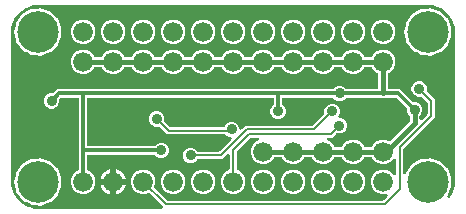
<source format=gbr>
G04 EAGLE Gerber RS-274X export*
G75*
%MOMM*%
%FSLAX34Y34*%
%LPD*%
%INBottom Copper*%
%IPPOS*%
%AMOC8*
5,1,8,0,0,1.08239X$1,22.5*%
G01*
%ADD10C,3.516000*%
%ADD11C,1.676400*%
%ADD12C,0.889000*%
%ADD13C,0.203200*%
%ADD14C,0.304800*%
%ADD15C,0.406400*%

G36*
X129921Y2558D02*
X129921Y2558D01*
X130060Y2571D01*
X130079Y2578D01*
X130099Y2581D01*
X130229Y2632D01*
X130359Y2679D01*
X130376Y2690D01*
X130395Y2698D01*
X130507Y2779D01*
X130622Y2857D01*
X130636Y2873D01*
X130652Y2884D01*
X130741Y2992D01*
X130833Y3096D01*
X130842Y3114D01*
X130855Y3129D01*
X130914Y3255D01*
X130977Y3379D01*
X130982Y3399D01*
X130990Y3417D01*
X131016Y3554D01*
X131047Y3689D01*
X131046Y3710D01*
X131050Y3729D01*
X131042Y3868D01*
X131037Y4007D01*
X131032Y4027D01*
X131030Y4047D01*
X130988Y4179D01*
X130949Y4313D01*
X130939Y4330D01*
X130932Y4349D01*
X130858Y4467D01*
X130787Y4587D01*
X130769Y4608D01*
X130762Y4618D01*
X130747Y4632D01*
X130681Y4707D01*
X129930Y5459D01*
X119822Y15566D01*
X119799Y15585D01*
X119780Y15607D01*
X119674Y15682D01*
X119571Y15761D01*
X119544Y15773D01*
X119520Y15790D01*
X119398Y15836D01*
X119279Y15888D01*
X119250Y15892D01*
X119222Y15903D01*
X119093Y15917D01*
X118965Y15938D01*
X118935Y15935D01*
X118906Y15938D01*
X118778Y15920D01*
X118648Y15908D01*
X118620Y15898D01*
X118591Y15894D01*
X118439Y15842D01*
X116372Y14985D01*
X112228Y14985D01*
X108401Y16571D01*
X105471Y19501D01*
X103885Y23328D01*
X103885Y27472D01*
X105471Y31299D01*
X108401Y34229D01*
X112228Y35815D01*
X116372Y35815D01*
X120199Y34229D01*
X123129Y31299D01*
X124715Y27472D01*
X124715Y23328D01*
X123858Y21261D01*
X123851Y21233D01*
X123837Y21206D01*
X123809Y21080D01*
X123775Y20954D01*
X123774Y20925D01*
X123768Y20896D01*
X123772Y20766D01*
X123769Y20636D01*
X123776Y20608D01*
X123777Y20578D01*
X123813Y20454D01*
X123844Y20327D01*
X123857Y20301D01*
X123866Y20273D01*
X123931Y20161D01*
X123992Y20046D01*
X124012Y20024D01*
X124027Y19999D01*
X124134Y19878D01*
X134241Y9770D01*
X134319Y9710D01*
X134391Y9642D01*
X134444Y9613D01*
X134492Y9576D01*
X134583Y9536D01*
X134670Y9488D01*
X134729Y9473D01*
X134784Y9449D01*
X134882Y9434D01*
X134978Y9409D01*
X135078Y9403D01*
X135098Y9399D01*
X135111Y9401D01*
X135139Y9399D01*
X316981Y9399D01*
X317080Y9411D01*
X317179Y9414D01*
X317237Y9431D01*
X317297Y9439D01*
X317389Y9475D01*
X317484Y9503D01*
X317536Y9533D01*
X317593Y9556D01*
X317673Y9614D01*
X317758Y9664D01*
X317833Y9730D01*
X317850Y9742D01*
X317858Y9752D01*
X317879Y9770D01*
X321072Y12964D01*
X321115Y13019D01*
X321165Y13068D01*
X321212Y13144D01*
X321267Y13215D01*
X321295Y13279D01*
X321331Y13339D01*
X321358Y13424D01*
X321393Y13507D01*
X321404Y13576D01*
X321425Y13643D01*
X321429Y13732D01*
X321443Y13821D01*
X321437Y13891D01*
X321440Y13960D01*
X321422Y14048D01*
X321414Y14138D01*
X321390Y14203D01*
X321376Y14272D01*
X321336Y14352D01*
X321306Y14437D01*
X321267Y14495D01*
X321236Y14557D01*
X321178Y14626D01*
X321127Y14700D01*
X321075Y14746D01*
X321030Y14799D01*
X320956Y14851D01*
X320889Y14911D01*
X320827Y14942D01*
X320770Y14982D01*
X320686Y15014D01*
X320606Y15055D01*
X320537Y15070D01*
X320472Y15095D01*
X320383Y15105D01*
X320295Y15125D01*
X320226Y15123D01*
X320156Y15130D01*
X320067Y15118D01*
X319977Y15115D01*
X319910Y15096D01*
X319841Y15086D01*
X319689Y15034D01*
X319572Y14985D01*
X315428Y14985D01*
X311601Y16571D01*
X308671Y19501D01*
X307085Y23328D01*
X307085Y27472D01*
X308671Y31299D01*
X311601Y34229D01*
X315428Y35815D01*
X319572Y35815D01*
X323399Y34229D01*
X326255Y31374D01*
X326364Y31289D01*
X326471Y31200D01*
X326490Y31192D01*
X326506Y31179D01*
X326634Y31124D01*
X326759Y31065D01*
X326779Y31061D01*
X326798Y31053D01*
X326936Y31031D01*
X327072Y31005D01*
X327092Y31006D01*
X327112Y31003D01*
X327251Y31016D01*
X327389Y31025D01*
X327408Y31031D01*
X327428Y31033D01*
X327560Y31080D01*
X327691Y31123D01*
X327709Y31134D01*
X327728Y31140D01*
X327843Y31218D01*
X327960Y31293D01*
X327974Y31308D01*
X327991Y31319D01*
X328083Y31423D01*
X328178Y31524D01*
X328188Y31542D01*
X328201Y31557D01*
X328265Y31682D01*
X328332Y31803D01*
X328337Y31823D01*
X328346Y31841D01*
X328376Y31976D01*
X328411Y32111D01*
X328413Y32139D01*
X328416Y32151D01*
X328415Y32171D01*
X328421Y32272D01*
X328421Y43928D01*
X328404Y44066D01*
X328391Y44205D01*
X328384Y44224D01*
X328381Y44244D01*
X328330Y44373D01*
X328283Y44504D01*
X328272Y44521D01*
X328264Y44540D01*
X328183Y44652D01*
X328105Y44767D01*
X328089Y44781D01*
X328078Y44797D01*
X327970Y44886D01*
X327866Y44978D01*
X327848Y44987D01*
X327833Y45000D01*
X327707Y45059D01*
X327583Y45122D01*
X327563Y45127D01*
X327545Y45135D01*
X327409Y45161D01*
X327273Y45192D01*
X327252Y45191D01*
X327233Y45195D01*
X327094Y45186D01*
X326955Y45182D01*
X326935Y45177D01*
X326915Y45175D01*
X326783Y45133D01*
X326649Y45094D01*
X326632Y45084D01*
X326613Y45077D01*
X326495Y45003D01*
X326375Y44932D01*
X326354Y44914D01*
X326344Y44907D01*
X326330Y44892D01*
X326255Y44826D01*
X323399Y41971D01*
X319572Y40385D01*
X315428Y40385D01*
X311601Y41971D01*
X308671Y44901D01*
X308235Y45952D01*
X308221Y45977D01*
X308212Y46005D01*
X308142Y46115D01*
X308078Y46228D01*
X308057Y46249D01*
X308042Y46274D01*
X307947Y46363D01*
X307857Y46456D01*
X307831Y46472D01*
X307810Y46492D01*
X307696Y46555D01*
X307585Y46623D01*
X307557Y46631D01*
X307531Y46646D01*
X307406Y46678D01*
X307282Y46716D01*
X307252Y46718D01*
X307223Y46725D01*
X307063Y46735D01*
X302537Y46735D01*
X302508Y46732D01*
X302479Y46734D01*
X302351Y46712D01*
X302222Y46695D01*
X302194Y46685D01*
X302165Y46680D01*
X302047Y46626D01*
X301926Y46578D01*
X301902Y46561D01*
X301875Y46549D01*
X301774Y46468D01*
X301669Y46392D01*
X301650Y46369D01*
X301627Y46350D01*
X301549Y46246D01*
X301466Y46147D01*
X301453Y46120D01*
X301436Y46096D01*
X301365Y45952D01*
X300929Y44901D01*
X297999Y41971D01*
X294172Y40385D01*
X290028Y40385D01*
X286201Y41971D01*
X283271Y44901D01*
X282835Y45952D01*
X282821Y45977D01*
X282812Y46005D01*
X282742Y46115D01*
X282678Y46228D01*
X282657Y46249D01*
X282642Y46274D01*
X282547Y46363D01*
X282457Y46456D01*
X282431Y46472D01*
X282410Y46492D01*
X282296Y46555D01*
X282185Y46623D01*
X282157Y46631D01*
X282131Y46646D01*
X282006Y46678D01*
X281882Y46716D01*
X281852Y46718D01*
X281823Y46725D01*
X281663Y46735D01*
X277137Y46735D01*
X277108Y46732D01*
X277079Y46734D01*
X276951Y46712D01*
X276822Y46695D01*
X276794Y46685D01*
X276765Y46680D01*
X276647Y46626D01*
X276526Y46578D01*
X276502Y46561D01*
X276475Y46549D01*
X276374Y46468D01*
X276269Y46392D01*
X276250Y46369D01*
X276227Y46350D01*
X276149Y46246D01*
X276066Y46147D01*
X276053Y46120D01*
X276036Y46096D01*
X275965Y45952D01*
X275529Y44901D01*
X272599Y41971D01*
X268772Y40385D01*
X264628Y40385D01*
X260801Y41971D01*
X257871Y44901D01*
X257435Y45952D01*
X257421Y45977D01*
X257412Y46005D01*
X257342Y46115D01*
X257278Y46228D01*
X257257Y46249D01*
X257242Y46274D01*
X257147Y46363D01*
X257057Y46456D01*
X257031Y46472D01*
X257010Y46492D01*
X256896Y46555D01*
X256785Y46623D01*
X256757Y46631D01*
X256731Y46646D01*
X256606Y46678D01*
X256482Y46716D01*
X256452Y46718D01*
X256423Y46725D01*
X256263Y46735D01*
X251737Y46735D01*
X251708Y46732D01*
X251679Y46734D01*
X251551Y46712D01*
X251422Y46695D01*
X251394Y46685D01*
X251365Y46680D01*
X251247Y46626D01*
X251126Y46578D01*
X251102Y46561D01*
X251075Y46549D01*
X250974Y46468D01*
X250869Y46392D01*
X250850Y46369D01*
X250827Y46350D01*
X250749Y46246D01*
X250666Y46147D01*
X250653Y46120D01*
X250636Y46096D01*
X250565Y45952D01*
X250129Y44901D01*
X247199Y41971D01*
X243372Y40385D01*
X239228Y40385D01*
X235401Y41971D01*
X232471Y44901D01*
X232035Y45952D01*
X232021Y45977D01*
X232012Y46005D01*
X231942Y46115D01*
X231878Y46228D01*
X231857Y46249D01*
X231842Y46274D01*
X231747Y46363D01*
X231657Y46456D01*
X231631Y46472D01*
X231610Y46492D01*
X231496Y46555D01*
X231385Y46623D01*
X231357Y46631D01*
X231331Y46646D01*
X231206Y46678D01*
X231082Y46716D01*
X231052Y46718D01*
X231023Y46725D01*
X230863Y46735D01*
X226337Y46735D01*
X226308Y46732D01*
X226279Y46734D01*
X226151Y46712D01*
X226022Y46695D01*
X225994Y46685D01*
X225965Y46680D01*
X225847Y46626D01*
X225726Y46578D01*
X225702Y46561D01*
X225675Y46549D01*
X225574Y46468D01*
X225469Y46392D01*
X225450Y46369D01*
X225427Y46350D01*
X225349Y46246D01*
X225266Y46147D01*
X225253Y46120D01*
X225236Y46096D01*
X225165Y45952D01*
X224729Y44901D01*
X221799Y41971D01*
X217972Y40385D01*
X213828Y40385D01*
X210001Y41971D01*
X207071Y44901D01*
X205485Y48728D01*
X205485Y52872D01*
X207071Y56699D01*
X210001Y59629D01*
X211609Y60295D01*
X211670Y60330D01*
X211734Y60356D01*
X211807Y60408D01*
X211885Y60453D01*
X211935Y60501D01*
X211992Y60542D01*
X212049Y60612D01*
X212114Y60674D01*
X212150Y60734D01*
X212195Y60787D01*
X212233Y60869D01*
X212280Y60945D01*
X212300Y61012D01*
X212330Y61075D01*
X212347Y61163D01*
X212373Y61249D01*
X212377Y61319D01*
X212390Y61388D01*
X212384Y61477D01*
X212389Y61567D01*
X212374Y61635D01*
X212370Y61705D01*
X212342Y61790D01*
X212324Y61878D01*
X212294Y61941D01*
X212272Y62007D01*
X212224Y62083D01*
X212185Y62164D01*
X212139Y62217D01*
X212102Y62276D01*
X212036Y62338D01*
X211978Y62406D01*
X211921Y62446D01*
X211870Y62494D01*
X211792Y62537D01*
X211718Y62589D01*
X211653Y62614D01*
X211592Y62648D01*
X211505Y62670D01*
X211421Y62702D01*
X211351Y62710D01*
X211284Y62727D01*
X211123Y62737D01*
X205402Y62737D01*
X205304Y62725D01*
X205205Y62722D01*
X205147Y62705D01*
X205086Y62697D01*
X204994Y62661D01*
X204899Y62633D01*
X204847Y62603D01*
X204791Y62580D01*
X204711Y62522D01*
X204625Y62472D01*
X204550Y62406D01*
X204533Y62394D01*
X204526Y62384D01*
X204504Y62366D01*
X193920Y51782D01*
X193860Y51703D01*
X193792Y51631D01*
X193763Y51578D01*
X193726Y51530D01*
X193686Y51439D01*
X193638Y51353D01*
X193623Y51294D01*
X193599Y51238D01*
X193584Y51140D01*
X193559Y51045D01*
X193553Y50945D01*
X193549Y50924D01*
X193551Y50912D01*
X193549Y50884D01*
X193549Y36258D01*
X193552Y36229D01*
X193550Y36199D01*
X193572Y36071D01*
X193589Y35943D01*
X193599Y35915D01*
X193604Y35886D01*
X193658Y35767D01*
X193706Y35647D01*
X193723Y35623D01*
X193735Y35596D01*
X193816Y35495D01*
X193892Y35390D01*
X193915Y35371D01*
X193934Y35348D01*
X194037Y35270D01*
X194137Y35187D01*
X194164Y35174D01*
X194188Y35156D01*
X194332Y35085D01*
X196399Y34229D01*
X199329Y31299D01*
X200915Y27472D01*
X200915Y23328D01*
X199329Y19501D01*
X196399Y16571D01*
X192572Y14985D01*
X188428Y14985D01*
X184601Y16571D01*
X181671Y19501D01*
X180085Y23328D01*
X180085Y27472D01*
X181671Y31299D01*
X184601Y34229D01*
X186668Y35085D01*
X186693Y35100D01*
X186721Y35109D01*
X186831Y35179D01*
X186944Y35243D01*
X186965Y35264D01*
X186990Y35279D01*
X187079Y35374D01*
X187172Y35464D01*
X187188Y35489D01*
X187208Y35511D01*
X187271Y35625D01*
X187339Y35735D01*
X187347Y35764D01*
X187362Y35789D01*
X187394Y35915D01*
X187432Y36039D01*
X187434Y36069D01*
X187441Y36097D01*
X187451Y36258D01*
X187451Y47995D01*
X187434Y48133D01*
X187421Y48272D01*
X187414Y48291D01*
X187411Y48311D01*
X187360Y48440D01*
X187313Y48571D01*
X187302Y48588D01*
X187294Y48607D01*
X187213Y48719D01*
X187135Y48834D01*
X187119Y48848D01*
X187108Y48864D01*
X187000Y48953D01*
X186896Y49045D01*
X186878Y49054D01*
X186863Y49067D01*
X186737Y49126D01*
X186613Y49189D01*
X186593Y49194D01*
X186575Y49202D01*
X186439Y49228D01*
X186303Y49259D01*
X186282Y49258D01*
X186263Y49262D01*
X186124Y49254D01*
X185985Y49249D01*
X185965Y49244D01*
X185945Y49242D01*
X185813Y49200D01*
X185679Y49161D01*
X185662Y49151D01*
X185643Y49144D01*
X185525Y49070D01*
X185405Y48999D01*
X185384Y48981D01*
X185374Y48974D01*
X185360Y48959D01*
X185285Y48893D01*
X181164Y44773D01*
X161098Y44773D01*
X161069Y44769D01*
X161039Y44771D01*
X160911Y44749D01*
X160782Y44733D01*
X160755Y44722D01*
X160726Y44717D01*
X160607Y44663D01*
X160487Y44616D01*
X160463Y44598D01*
X160436Y44586D01*
X160334Y44505D01*
X160229Y44429D01*
X160211Y44406D01*
X160187Y44388D01*
X160109Y44284D01*
X160035Y44195D01*
X158171Y42330D01*
X155790Y41344D01*
X153213Y41344D01*
X150832Y42330D01*
X149010Y44152D01*
X148024Y46533D01*
X148024Y49110D01*
X149010Y51491D01*
X150832Y53313D01*
X153213Y54299D01*
X155790Y54299D01*
X158171Y53313D01*
X160052Y51431D01*
X160083Y51377D01*
X160103Y51356D01*
X160119Y51331D01*
X160214Y51242D01*
X160304Y51149D01*
X160329Y51134D01*
X160351Y51113D01*
X160464Y51051D01*
X160575Y50983D01*
X160603Y50974D01*
X160629Y50960D01*
X160755Y50927D01*
X160879Y50889D01*
X160909Y50888D01*
X160937Y50880D01*
X161098Y50870D01*
X178113Y50870D01*
X178211Y50882D01*
X178310Y50885D01*
X178368Y50902D01*
X178428Y50910D01*
X178520Y50946D01*
X178615Y50974D01*
X178668Y51005D01*
X178724Y51027D01*
X178804Y51085D01*
X178889Y51135D01*
X178965Y51202D01*
X178981Y51214D01*
X178989Y51223D01*
X179010Y51242D01*
X188974Y61206D01*
X189059Y61315D01*
X189148Y61422D01*
X189156Y61441D01*
X189169Y61457D01*
X189224Y61585D01*
X189283Y61710D01*
X189287Y61730D01*
X189295Y61749D01*
X189317Y61887D01*
X189343Y62023D01*
X189342Y62043D01*
X189345Y62063D01*
X189332Y62202D01*
X189323Y62340D01*
X189317Y62359D01*
X189315Y62379D01*
X189268Y62511D01*
X189225Y62642D01*
X189215Y62660D01*
X189208Y62679D01*
X189130Y62794D01*
X189055Y62911D01*
X189040Y62925D01*
X189029Y62942D01*
X188925Y63034D01*
X188824Y63129D01*
X188806Y63139D01*
X188791Y63152D01*
X188667Y63216D01*
X188545Y63283D01*
X188526Y63288D01*
X188507Y63297D01*
X188372Y63327D01*
X188237Y63362D01*
X188209Y63364D01*
X188197Y63367D01*
X188177Y63366D01*
X188076Y63372D01*
X187941Y63372D01*
X185561Y64358D01*
X184760Y65160D01*
X184681Y65220D01*
X184609Y65288D01*
X184556Y65317D01*
X184508Y65354D01*
X184417Y65394D01*
X184331Y65442D01*
X184272Y65457D01*
X184216Y65481D01*
X184118Y65496D01*
X184023Y65521D01*
X183923Y65527D01*
X183902Y65531D01*
X183890Y65529D01*
X183862Y65531D01*
X134627Y65531D01*
X128239Y71920D01*
X128215Y71938D01*
X128196Y71960D01*
X128090Y72035D01*
X127988Y72115D01*
X127960Y72126D01*
X127936Y72143D01*
X127815Y72189D01*
X127696Y72241D01*
X127666Y72246D01*
X127639Y72256D01*
X127510Y72270D01*
X127382Y72291D01*
X127352Y72288D01*
X127323Y72291D01*
X127194Y72273D01*
X127079Y72262D01*
X124441Y72262D01*
X122061Y73248D01*
X120238Y75071D01*
X119252Y77451D01*
X119252Y80029D01*
X120238Y82409D01*
X122061Y84232D01*
X124441Y85218D01*
X127019Y85218D01*
X129399Y84232D01*
X131222Y82409D01*
X132208Y80029D01*
X132208Y77368D01*
X132191Y77308D01*
X132191Y77278D01*
X132184Y77249D01*
X132188Y77120D01*
X132186Y76990D01*
X132193Y76961D01*
X132194Y76931D01*
X132230Y76807D01*
X132260Y76680D01*
X132274Y76654D01*
X132282Y76626D01*
X132348Y76514D01*
X132409Y76399D01*
X132429Y76378D01*
X132444Y76352D01*
X132550Y76231D01*
X136781Y72000D01*
X136859Y71940D01*
X136931Y71872D01*
X136984Y71843D01*
X137032Y71806D01*
X137123Y71766D01*
X137210Y71718D01*
X137269Y71703D01*
X137324Y71679D01*
X137422Y71664D01*
X137518Y71639D01*
X137618Y71633D01*
X137638Y71629D01*
X137651Y71631D01*
X137679Y71629D01*
X182107Y71629D01*
X182136Y71632D01*
X182166Y71630D01*
X182294Y71652D01*
X182423Y71669D01*
X182450Y71679D01*
X182479Y71684D01*
X182598Y71738D01*
X182718Y71786D01*
X182742Y71803D01*
X182769Y71815D01*
X182871Y71896D01*
X182976Y71972D01*
X182995Y71995D01*
X183018Y72014D01*
X183096Y72117D01*
X183179Y72217D01*
X183191Y72244D01*
X183209Y72268D01*
X183280Y72412D01*
X183738Y73519D01*
X185561Y75342D01*
X187941Y76328D01*
X190519Y76328D01*
X192899Y75342D01*
X194722Y73519D01*
X195708Y71139D01*
X195708Y71004D01*
X195725Y70866D01*
X195738Y70727D01*
X195745Y70708D01*
X195748Y70688D01*
X195799Y70558D01*
X195846Y70428D01*
X195857Y70411D01*
X195865Y70392D01*
X195946Y70280D01*
X196024Y70165D01*
X196040Y70151D01*
X196051Y70135D01*
X196159Y70046D01*
X196263Y69954D01*
X196281Y69945D01*
X196296Y69932D01*
X196422Y69873D01*
X196546Y69810D01*
X196566Y69805D01*
X196584Y69797D01*
X196721Y69771D01*
X196856Y69740D01*
X196877Y69741D01*
X196896Y69737D01*
X197035Y69745D01*
X197174Y69750D01*
X197194Y69755D01*
X197214Y69757D01*
X197346Y69799D01*
X197480Y69838D01*
X197497Y69848D01*
X197516Y69855D01*
X197634Y69929D01*
X197754Y70000D01*
X197775Y70018D01*
X197785Y70025D01*
X197799Y70040D01*
X197875Y70106D01*
X198510Y70741D01*
X200667Y72899D01*
X257291Y72899D01*
X257390Y72911D01*
X257489Y72914D01*
X257547Y72931D01*
X257607Y72939D01*
X257699Y72975D01*
X257794Y73003D01*
X257846Y73033D01*
X257903Y73056D01*
X257983Y73114D01*
X258068Y73164D01*
X258143Y73230D01*
X258160Y73242D01*
X258168Y73252D01*
X258189Y73270D01*
X267500Y82581D01*
X267518Y82605D01*
X267540Y82624D01*
X267615Y82730D01*
X267695Y82832D01*
X267706Y82860D01*
X267723Y82884D01*
X267769Y83005D01*
X267821Y83124D01*
X267826Y83154D01*
X267836Y83181D01*
X267850Y83310D01*
X267871Y83438D01*
X267868Y83468D01*
X267871Y83497D01*
X267853Y83626D01*
X267842Y83741D01*
X267842Y86379D01*
X268828Y88759D01*
X270651Y90582D01*
X273031Y91568D01*
X275609Y91568D01*
X277989Y90582D01*
X279812Y88759D01*
X280798Y86379D01*
X280798Y83801D01*
X279792Y81373D01*
X279779Y81325D01*
X279758Y81280D01*
X279737Y81172D01*
X279708Y81066D01*
X279707Y81017D01*
X279698Y80968D01*
X279705Y80858D01*
X279703Y80748D01*
X279714Y80700D01*
X279718Y80650D01*
X279751Y80546D01*
X279777Y80439D01*
X279800Y80395D01*
X279816Y80348D01*
X279874Y80255D01*
X279926Y80158D01*
X279959Y80121D01*
X279986Y80079D01*
X280066Y80004D01*
X280140Y79923D01*
X280181Y79895D01*
X280217Y79861D01*
X280314Y79808D01*
X280405Y79748D01*
X280452Y79732D01*
X280496Y79708D01*
X280602Y79680D01*
X280706Y79645D01*
X280756Y79641D01*
X280804Y79628D01*
X280964Y79618D01*
X281645Y79618D01*
X284026Y78632D01*
X285848Y76810D01*
X286834Y74429D01*
X286834Y71852D01*
X285848Y69471D01*
X284026Y67649D01*
X281645Y66663D01*
X278984Y66663D01*
X278925Y66679D01*
X278895Y66679D01*
X278866Y66686D01*
X278736Y66682D01*
X278607Y66684D01*
X278578Y66677D01*
X278548Y66676D01*
X278423Y66640D01*
X278297Y66610D01*
X278271Y66596D01*
X278242Y66588D01*
X278131Y66522D01*
X278016Y66462D01*
X277994Y66442D01*
X277968Y66426D01*
X277848Y66320D01*
X276423Y64895D01*
X274265Y62737D01*
X271477Y62737D01*
X271408Y62729D01*
X271338Y62730D01*
X271250Y62709D01*
X271161Y62697D01*
X271096Y62672D01*
X271029Y62655D01*
X270949Y62613D01*
X270866Y62580D01*
X270809Y62539D01*
X270747Y62507D01*
X270681Y62446D01*
X270608Y62394D01*
X270564Y62340D01*
X270512Y62293D01*
X270463Y62218D01*
X270405Y62149D01*
X270376Y62085D01*
X270337Y62027D01*
X270308Y61942D01*
X270270Y61861D01*
X270257Y61792D01*
X270234Y61726D01*
X270227Y61637D01*
X270210Y61549D01*
X270214Y61479D01*
X270209Y61409D01*
X270224Y61321D01*
X270230Y61231D01*
X270251Y61165D01*
X270263Y61096D01*
X270300Y61014D01*
X270328Y60929D01*
X270365Y60870D01*
X270394Y60806D01*
X270450Y60736D01*
X270498Y60660D01*
X270549Y60612D01*
X270592Y60558D01*
X270664Y60503D01*
X270730Y60442D01*
X270791Y60408D01*
X270847Y60366D01*
X270991Y60295D01*
X272599Y59629D01*
X275529Y56699D01*
X275965Y55648D01*
X275979Y55623D01*
X275988Y55595D01*
X276058Y55485D01*
X276122Y55372D01*
X276143Y55351D01*
X276158Y55326D01*
X276253Y55237D01*
X276343Y55144D01*
X276369Y55128D01*
X276390Y55108D01*
X276504Y55045D01*
X276615Y54977D01*
X276643Y54969D01*
X276669Y54954D01*
X276794Y54922D01*
X276918Y54884D01*
X276948Y54882D01*
X276977Y54875D01*
X277137Y54865D01*
X281663Y54865D01*
X281692Y54868D01*
X281721Y54866D01*
X281849Y54888D01*
X281978Y54905D01*
X282006Y54915D01*
X282035Y54920D01*
X282153Y54974D01*
X282274Y55022D01*
X282298Y55039D01*
X282325Y55051D01*
X282426Y55132D01*
X282531Y55208D01*
X282550Y55231D01*
X282573Y55250D01*
X282651Y55353D01*
X282734Y55453D01*
X282747Y55480D01*
X282764Y55504D01*
X282835Y55648D01*
X283271Y56699D01*
X286201Y59629D01*
X290028Y61215D01*
X294172Y61215D01*
X297999Y59629D01*
X300929Y56699D01*
X301365Y55648D01*
X301379Y55623D01*
X301388Y55595D01*
X301458Y55485D01*
X301522Y55372D01*
X301543Y55351D01*
X301558Y55326D01*
X301653Y55237D01*
X301743Y55144D01*
X301769Y55128D01*
X301790Y55108D01*
X301904Y55045D01*
X302015Y54977D01*
X302043Y54969D01*
X302069Y54954D01*
X302194Y54922D01*
X302318Y54884D01*
X302348Y54882D01*
X302377Y54875D01*
X302537Y54865D01*
X307063Y54865D01*
X307092Y54868D01*
X307121Y54866D01*
X307249Y54888D01*
X307378Y54905D01*
X307406Y54915D01*
X307435Y54920D01*
X307553Y54974D01*
X307674Y55022D01*
X307698Y55039D01*
X307725Y55051D01*
X307826Y55132D01*
X307931Y55208D01*
X307950Y55231D01*
X307973Y55250D01*
X308051Y55353D01*
X308134Y55453D01*
X308147Y55480D01*
X308164Y55504D01*
X308235Y55648D01*
X308671Y56699D01*
X311601Y59629D01*
X315428Y61215D01*
X319572Y61215D01*
X322419Y60035D01*
X322447Y60028D01*
X322474Y60014D01*
X322600Y59986D01*
X322726Y59951D01*
X322755Y59951D01*
X322784Y59944D01*
X322914Y59948D01*
X323044Y59946D01*
X323072Y59953D01*
X323102Y59954D01*
X323226Y59990D01*
X323353Y60021D01*
X323379Y60034D01*
X323407Y60043D01*
X323519Y60108D01*
X323634Y60169D01*
X323656Y60189D01*
X323681Y60204D01*
X323802Y60310D01*
X339734Y76242D01*
X339794Y76320D01*
X339862Y76392D01*
X339891Y76445D01*
X339928Y76493D01*
X339968Y76584D01*
X340016Y76671D01*
X340031Y76729D01*
X340055Y76785D01*
X340070Y76883D01*
X340095Y76979D01*
X340101Y77079D01*
X340105Y77099D01*
X340103Y77111D01*
X340105Y77139D01*
X340105Y80738D01*
X340093Y80836D01*
X340090Y80935D01*
X340073Y80994D01*
X340065Y81054D01*
X340029Y81146D01*
X340001Y81241D01*
X339971Y81293D01*
X339948Y81349D01*
X339890Y81429D01*
X339840Y81515D01*
X339774Y81590D01*
X339762Y81607D01*
X339752Y81614D01*
X339734Y81636D01*
X338678Y82691D01*
X337692Y85071D01*
X337692Y87282D01*
X337680Y87380D01*
X337677Y87479D01*
X337660Y87537D01*
X337652Y87598D01*
X337616Y87690D01*
X337588Y87785D01*
X337558Y87837D01*
X337535Y87893D01*
X337477Y87973D01*
X337427Y88059D01*
X337361Y88134D01*
X337349Y88151D01*
X337339Y88158D01*
X337321Y88180D01*
X329099Y96402D01*
X329020Y96462D01*
X328948Y96530D01*
X328895Y96559D01*
X328847Y96596D01*
X328756Y96636D01*
X328670Y96684D01*
X328611Y96699D01*
X328555Y96723D01*
X328457Y96738D01*
X328362Y96763D01*
X328262Y96769D01*
X328241Y96773D01*
X328229Y96771D01*
X328201Y96773D01*
X320217Y96773D01*
X320119Y96761D01*
X320020Y96758D01*
X319962Y96741D01*
X319902Y96733D01*
X319810Y96697D01*
X319715Y96669D01*
X319662Y96639D01*
X319606Y96616D01*
X319526Y96558D01*
X319441Y96508D01*
X319365Y96442D01*
X319349Y96430D01*
X319341Y96420D01*
X319320Y96401D01*
X319184Y96265D01*
X315816Y96265D01*
X315680Y96401D01*
X315602Y96462D01*
X315530Y96530D01*
X315477Y96559D01*
X315429Y96596D01*
X315338Y96636D01*
X315251Y96684D01*
X315193Y96699D01*
X315137Y96723D01*
X315039Y96738D01*
X314943Y96763D01*
X314843Y96769D01*
X314823Y96773D01*
X314811Y96771D01*
X314783Y96773D01*
X286800Y96773D01*
X286702Y96761D01*
X286603Y96758D01*
X286544Y96741D01*
X286484Y96733D01*
X286392Y96697D01*
X286297Y96669D01*
X286245Y96639D01*
X286189Y96616D01*
X286109Y96558D01*
X286023Y96508D01*
X285948Y96442D01*
X285931Y96430D01*
X285924Y96420D01*
X285902Y96402D01*
X284339Y94838D01*
X281959Y93852D01*
X279381Y93852D01*
X277001Y94838D01*
X275438Y96402D01*
X275359Y96462D01*
X275287Y96530D01*
X275234Y96559D01*
X275186Y96596D01*
X275095Y96636D01*
X275009Y96684D01*
X274950Y96699D01*
X274894Y96723D01*
X274796Y96738D01*
X274701Y96763D01*
X274601Y96769D01*
X274580Y96773D01*
X274568Y96771D01*
X274540Y96773D01*
X233426Y96773D01*
X233308Y96758D01*
X233189Y96751D01*
X233151Y96738D01*
X233110Y96733D01*
X233000Y96690D01*
X232887Y96653D01*
X232852Y96631D01*
X232815Y96616D01*
X232719Y96547D01*
X232618Y96483D01*
X232590Y96453D01*
X232557Y96430D01*
X232481Y96338D01*
X232400Y96251D01*
X232380Y96216D01*
X232355Y96185D01*
X232304Y96077D01*
X232246Y95973D01*
X232236Y95933D01*
X232219Y95897D01*
X232197Y95780D01*
X232167Y95665D01*
X232163Y95605D01*
X232159Y95585D01*
X232161Y95564D01*
X232157Y95504D01*
X232157Y91220D01*
X232169Y91122D01*
X232172Y91023D01*
X232189Y90964D01*
X232197Y90904D01*
X232233Y90812D01*
X232261Y90717D01*
X232291Y90665D01*
X232314Y90609D01*
X232372Y90529D01*
X232422Y90443D01*
X232488Y90368D01*
X232500Y90351D01*
X232510Y90344D01*
X232528Y90322D01*
X234092Y88759D01*
X235078Y86379D01*
X235078Y83801D01*
X234092Y81421D01*
X232269Y79598D01*
X229889Y78612D01*
X227311Y78612D01*
X224931Y79598D01*
X223108Y81421D01*
X222122Y83801D01*
X222122Y86379D01*
X223108Y88759D01*
X224672Y90322D01*
X224732Y90401D01*
X224800Y90473D01*
X224829Y90526D01*
X224866Y90574D01*
X224906Y90665D01*
X224954Y90751D01*
X224969Y90810D01*
X224993Y90866D01*
X225008Y90964D01*
X225033Y91059D01*
X225039Y91159D01*
X225043Y91180D01*
X225041Y91192D01*
X225043Y91220D01*
X225043Y95504D01*
X225028Y95622D01*
X225021Y95741D01*
X225008Y95779D01*
X225003Y95820D01*
X224960Y95930D01*
X224923Y96043D01*
X224901Y96078D01*
X224886Y96115D01*
X224817Y96211D01*
X224753Y96312D01*
X224723Y96340D01*
X224700Y96373D01*
X224608Y96449D01*
X224521Y96530D01*
X224486Y96550D01*
X224455Y96575D01*
X224347Y96626D01*
X224243Y96684D01*
X224203Y96694D01*
X224167Y96711D01*
X224050Y96733D01*
X223935Y96763D01*
X223875Y96767D01*
X223855Y96771D01*
X223834Y96769D01*
X223774Y96773D01*
X68326Y96773D01*
X68208Y96758D01*
X68089Y96751D01*
X68051Y96738D01*
X68010Y96733D01*
X67900Y96690D01*
X67787Y96653D01*
X67752Y96631D01*
X67715Y96616D01*
X67619Y96547D01*
X67518Y96483D01*
X67490Y96453D01*
X67457Y96430D01*
X67381Y96338D01*
X67300Y96251D01*
X67280Y96216D01*
X67255Y96185D01*
X67204Y96077D01*
X67146Y95973D01*
X67136Y95933D01*
X67119Y95897D01*
X67097Y95780D01*
X67067Y95665D01*
X67063Y95605D01*
X67059Y95585D01*
X67061Y95564D01*
X67057Y95504D01*
X67057Y56901D01*
X67072Y56783D01*
X67079Y56664D01*
X67092Y56626D01*
X67097Y56585D01*
X67140Y56475D01*
X67177Y56361D01*
X67199Y56327D01*
X67214Y56290D01*
X67283Y56193D01*
X67347Y56093D01*
X67377Y56065D01*
X67400Y56032D01*
X67492Y55956D01*
X67579Y55875D01*
X67614Y55855D01*
X67645Y55830D01*
X67753Y55779D01*
X67857Y55721D01*
X67897Y55711D01*
X67933Y55694D01*
X68050Y55672D01*
X68165Y55642D01*
X68225Y55638D01*
X68245Y55634D01*
X68266Y55635D01*
X68326Y55632D01*
X123405Y55632D01*
X123503Y55644D01*
X123602Y55647D01*
X123661Y55664D01*
X123721Y55672D01*
X123813Y55708D01*
X123908Y55735D01*
X123960Y55766D01*
X124016Y55789D01*
X124096Y55847D01*
X124182Y55897D01*
X124257Y55963D01*
X124274Y55975D01*
X124281Y55985D01*
X124303Y56003D01*
X125866Y57567D01*
X128247Y58553D01*
X130824Y58553D01*
X133204Y57567D01*
X135027Y55744D01*
X136013Y53363D01*
X136013Y50786D01*
X135027Y48406D01*
X133204Y46583D01*
X130824Y45597D01*
X128247Y45597D01*
X125866Y46583D01*
X124303Y48146D01*
X124224Y48207D01*
X124152Y48275D01*
X124099Y48304D01*
X124051Y48341D01*
X123960Y48381D01*
X123874Y48429D01*
X123815Y48444D01*
X123760Y48468D01*
X123662Y48483D01*
X123566Y48508D01*
X123466Y48514D01*
X123445Y48518D01*
X123433Y48516D01*
X123405Y48518D01*
X68326Y48518D01*
X68208Y48503D01*
X68089Y48496D01*
X68051Y48483D01*
X68010Y48478D01*
X67900Y48435D01*
X67787Y48398D01*
X67752Y48376D01*
X67715Y48361D01*
X67619Y48291D01*
X67518Y48228D01*
X67490Y48198D01*
X67457Y48174D01*
X67381Y48083D01*
X67300Y47996D01*
X67280Y47961D01*
X67255Y47930D01*
X67204Y47822D01*
X67146Y47718D01*
X67136Y47678D01*
X67119Y47642D01*
X67097Y47525D01*
X67067Y47410D01*
X67063Y47349D01*
X67059Y47329D01*
X67061Y47309D01*
X67057Y47249D01*
X67057Y36048D01*
X67060Y36018D01*
X67058Y35989D01*
X67080Y35861D01*
X67097Y35732D01*
X67107Y35705D01*
X67112Y35676D01*
X67166Y35557D01*
X67214Y35436D01*
X67231Y35413D01*
X67243Y35386D01*
X67324Y35284D01*
X67400Y35179D01*
X67423Y35160D01*
X67442Y35137D01*
X67545Y35059D01*
X67645Y34976D01*
X67672Y34964D01*
X67696Y34946D01*
X67840Y34875D01*
X69399Y34229D01*
X72329Y31299D01*
X73915Y27472D01*
X73915Y23328D01*
X72329Y19501D01*
X69399Y16571D01*
X65572Y14985D01*
X61428Y14985D01*
X57601Y16571D01*
X54671Y19501D01*
X53085Y23328D01*
X53085Y27472D01*
X54671Y31299D01*
X57601Y34229D01*
X59160Y34875D01*
X59185Y34890D01*
X59213Y34899D01*
X59323Y34968D01*
X59436Y35033D01*
X59457Y35053D01*
X59482Y35069D01*
X59571Y35164D01*
X59664Y35254D01*
X59680Y35279D01*
X59700Y35301D01*
X59763Y35414D01*
X59831Y35525D01*
X59839Y35553D01*
X59854Y35579D01*
X59886Y35705D01*
X59924Y35829D01*
X59926Y35858D01*
X59933Y35887D01*
X59943Y36048D01*
X59943Y95504D01*
X59928Y95622D01*
X59921Y95741D01*
X59908Y95779D01*
X59903Y95820D01*
X59860Y95930D01*
X59823Y96043D01*
X59801Y96078D01*
X59786Y96115D01*
X59717Y96211D01*
X59653Y96312D01*
X59623Y96340D01*
X59600Y96373D01*
X59508Y96449D01*
X59421Y96530D01*
X59386Y96550D01*
X59355Y96575D01*
X59247Y96626D01*
X59143Y96684D01*
X59103Y96694D01*
X59067Y96711D01*
X58950Y96733D01*
X58835Y96763D01*
X58775Y96767D01*
X58755Y96771D01*
X58734Y96769D01*
X58674Y96773D01*
X45179Y96773D01*
X45081Y96761D01*
X44982Y96758D01*
X44924Y96741D01*
X44863Y96733D01*
X44771Y96697D01*
X44676Y96669D01*
X44624Y96639D01*
X44568Y96616D01*
X44488Y96558D01*
X44402Y96508D01*
X44327Y96442D01*
X44310Y96430D01*
X44303Y96420D01*
X44281Y96402D01*
X43679Y95800D01*
X43619Y95721D01*
X43551Y95649D01*
X43522Y95596D01*
X43485Y95548D01*
X43445Y95457D01*
X43397Y95371D01*
X43382Y95312D01*
X43358Y95256D01*
X43343Y95158D01*
X43318Y95063D01*
X43312Y94963D01*
X43308Y94942D01*
X43310Y94930D01*
X43308Y94902D01*
X43308Y92691D01*
X42322Y90311D01*
X40499Y88488D01*
X38119Y87502D01*
X35541Y87502D01*
X33161Y88488D01*
X31338Y90311D01*
X30352Y92691D01*
X30352Y95269D01*
X31338Y97649D01*
X33161Y99472D01*
X35541Y100458D01*
X37752Y100458D01*
X37850Y100470D01*
X37949Y100473D01*
X38007Y100490D01*
X38068Y100498D01*
X38160Y100534D01*
X38255Y100562D01*
X38307Y100592D01*
X38363Y100615D01*
X38443Y100673D01*
X38529Y100723D01*
X38604Y100789D01*
X38621Y100801D01*
X38628Y100811D01*
X38650Y100829D01*
X41707Y103887D01*
X274540Y103887D01*
X274638Y103899D01*
X274737Y103902D01*
X274796Y103919D01*
X274856Y103927D01*
X274948Y103963D01*
X275043Y103991D01*
X275095Y104021D01*
X275151Y104044D01*
X275231Y104102D01*
X275317Y104152D01*
X275392Y104218D01*
X275409Y104230D01*
X275416Y104240D01*
X275438Y104258D01*
X277001Y105822D01*
X279381Y106808D01*
X281959Y106808D01*
X284339Y105822D01*
X285902Y104258D01*
X285981Y104198D01*
X286053Y104130D01*
X286106Y104101D01*
X286154Y104064D01*
X286245Y104024D01*
X286331Y103976D01*
X286390Y103961D01*
X286446Y103937D01*
X286544Y103922D01*
X286639Y103897D01*
X286739Y103891D01*
X286760Y103887D01*
X286772Y103889D01*
X286800Y103887D01*
X312166Y103887D01*
X312284Y103902D01*
X312403Y103909D01*
X312441Y103922D01*
X312482Y103927D01*
X312592Y103970D01*
X312705Y104007D01*
X312740Y104029D01*
X312777Y104044D01*
X312873Y104113D01*
X312974Y104177D01*
X313002Y104207D01*
X313035Y104230D01*
X313111Y104322D01*
X313192Y104409D01*
X313212Y104444D01*
X313237Y104475D01*
X313288Y104583D01*
X313346Y104687D01*
X313356Y104727D01*
X313373Y104763D01*
X313395Y104880D01*
X313425Y104995D01*
X313429Y105055D01*
X313433Y105075D01*
X313431Y105096D01*
X313435Y105156D01*
X313435Y116563D01*
X313432Y116592D01*
X313434Y116621D01*
X313412Y116749D01*
X313395Y116878D01*
X313385Y116906D01*
X313380Y116935D01*
X313326Y117053D01*
X313278Y117174D01*
X313261Y117198D01*
X313249Y117225D01*
X313168Y117326D01*
X313092Y117431D01*
X313069Y117450D01*
X313050Y117473D01*
X312947Y117551D01*
X312847Y117634D01*
X312820Y117647D01*
X312796Y117664D01*
X312652Y117735D01*
X311601Y118171D01*
X308671Y121101D01*
X308235Y122152D01*
X308221Y122177D01*
X308212Y122205D01*
X308142Y122315D01*
X308078Y122428D01*
X308057Y122449D01*
X308042Y122474D01*
X307947Y122563D01*
X307857Y122656D01*
X307831Y122672D01*
X307810Y122692D01*
X307696Y122755D01*
X307585Y122823D01*
X307557Y122831D01*
X307531Y122846D01*
X307406Y122878D01*
X307282Y122916D01*
X307252Y122918D01*
X307223Y122925D01*
X307063Y122935D01*
X302537Y122935D01*
X302508Y122932D01*
X302479Y122934D01*
X302351Y122912D01*
X302222Y122895D01*
X302194Y122885D01*
X302165Y122880D01*
X302047Y122826D01*
X301926Y122778D01*
X301902Y122761D01*
X301875Y122749D01*
X301774Y122668D01*
X301669Y122592D01*
X301650Y122569D01*
X301627Y122550D01*
X301549Y122447D01*
X301466Y122347D01*
X301453Y122320D01*
X301436Y122296D01*
X301365Y122152D01*
X300929Y121101D01*
X297999Y118171D01*
X294172Y116585D01*
X290028Y116585D01*
X286201Y118171D01*
X283271Y121101D01*
X282835Y122152D01*
X282821Y122177D01*
X282812Y122205D01*
X282742Y122315D01*
X282678Y122428D01*
X282657Y122449D01*
X282642Y122474D01*
X282547Y122563D01*
X282457Y122656D01*
X282431Y122672D01*
X282410Y122692D01*
X282296Y122755D01*
X282185Y122823D01*
X282157Y122831D01*
X282131Y122846D01*
X282006Y122878D01*
X281882Y122916D01*
X281852Y122918D01*
X281823Y122925D01*
X281663Y122935D01*
X277137Y122935D01*
X277108Y122932D01*
X277079Y122934D01*
X276951Y122912D01*
X276822Y122895D01*
X276794Y122885D01*
X276765Y122880D01*
X276647Y122826D01*
X276526Y122778D01*
X276502Y122761D01*
X276475Y122749D01*
X276374Y122668D01*
X276269Y122592D01*
X276250Y122569D01*
X276227Y122550D01*
X276149Y122447D01*
X276066Y122347D01*
X276053Y122320D01*
X276036Y122296D01*
X275965Y122152D01*
X275529Y121101D01*
X272599Y118171D01*
X268772Y116585D01*
X264628Y116585D01*
X260801Y118171D01*
X257871Y121101D01*
X257435Y122152D01*
X257421Y122177D01*
X257412Y122205D01*
X257342Y122315D01*
X257278Y122428D01*
X257257Y122449D01*
X257242Y122474D01*
X257147Y122563D01*
X257057Y122656D01*
X257031Y122672D01*
X257010Y122692D01*
X256896Y122755D01*
X256785Y122823D01*
X256757Y122831D01*
X256731Y122846D01*
X256606Y122878D01*
X256482Y122916D01*
X256452Y122918D01*
X256423Y122925D01*
X256263Y122935D01*
X251737Y122935D01*
X251708Y122932D01*
X251679Y122934D01*
X251551Y122912D01*
X251422Y122895D01*
X251394Y122885D01*
X251365Y122880D01*
X251247Y122826D01*
X251126Y122778D01*
X251102Y122761D01*
X251075Y122749D01*
X250974Y122668D01*
X250869Y122592D01*
X250850Y122569D01*
X250827Y122550D01*
X250749Y122447D01*
X250666Y122347D01*
X250653Y122320D01*
X250636Y122296D01*
X250565Y122152D01*
X250129Y121101D01*
X247199Y118171D01*
X243372Y116585D01*
X239228Y116585D01*
X235401Y118171D01*
X232471Y121101D01*
X232035Y122152D01*
X232021Y122177D01*
X232012Y122205D01*
X231942Y122315D01*
X231878Y122428D01*
X231857Y122449D01*
X231842Y122474D01*
X231747Y122563D01*
X231657Y122656D01*
X231631Y122672D01*
X231610Y122692D01*
X231496Y122755D01*
X231385Y122823D01*
X231357Y122831D01*
X231331Y122846D01*
X231206Y122878D01*
X231082Y122916D01*
X231052Y122918D01*
X231023Y122925D01*
X230863Y122935D01*
X226337Y122935D01*
X226308Y122932D01*
X226279Y122934D01*
X226151Y122912D01*
X226022Y122895D01*
X225994Y122885D01*
X225965Y122880D01*
X225847Y122826D01*
X225726Y122778D01*
X225702Y122761D01*
X225675Y122749D01*
X225574Y122668D01*
X225469Y122592D01*
X225450Y122569D01*
X225427Y122550D01*
X225349Y122447D01*
X225266Y122347D01*
X225253Y122320D01*
X225236Y122296D01*
X225165Y122152D01*
X224729Y121101D01*
X221799Y118171D01*
X217972Y116585D01*
X213828Y116585D01*
X210001Y118171D01*
X207071Y121101D01*
X206635Y122152D01*
X206621Y122177D01*
X206612Y122205D01*
X206542Y122315D01*
X206478Y122428D01*
X206457Y122449D01*
X206442Y122474D01*
X206347Y122563D01*
X206257Y122656D01*
X206231Y122672D01*
X206210Y122692D01*
X206096Y122755D01*
X205985Y122823D01*
X205957Y122831D01*
X205931Y122846D01*
X205806Y122878D01*
X205682Y122916D01*
X205652Y122918D01*
X205623Y122925D01*
X205463Y122935D01*
X200937Y122935D01*
X200908Y122932D01*
X200879Y122934D01*
X200751Y122912D01*
X200622Y122895D01*
X200594Y122885D01*
X200565Y122880D01*
X200447Y122826D01*
X200326Y122778D01*
X200302Y122761D01*
X200275Y122749D01*
X200174Y122668D01*
X200069Y122592D01*
X200050Y122569D01*
X200027Y122550D01*
X199949Y122447D01*
X199866Y122347D01*
X199853Y122320D01*
X199836Y122296D01*
X199765Y122152D01*
X199329Y121101D01*
X196399Y118171D01*
X192572Y116585D01*
X188428Y116585D01*
X184601Y118171D01*
X181671Y121101D01*
X181235Y122152D01*
X181221Y122177D01*
X181212Y122205D01*
X181142Y122315D01*
X181078Y122428D01*
X181057Y122449D01*
X181042Y122474D01*
X180947Y122563D01*
X180857Y122656D01*
X180831Y122672D01*
X180810Y122692D01*
X180696Y122755D01*
X180585Y122823D01*
X180557Y122831D01*
X180531Y122846D01*
X180406Y122878D01*
X180282Y122916D01*
X180252Y122918D01*
X180223Y122925D01*
X180063Y122935D01*
X175537Y122935D01*
X175508Y122932D01*
X175479Y122934D01*
X175351Y122912D01*
X175222Y122895D01*
X175194Y122885D01*
X175165Y122880D01*
X175047Y122826D01*
X174926Y122778D01*
X174902Y122761D01*
X174875Y122749D01*
X174774Y122668D01*
X174669Y122592D01*
X174650Y122569D01*
X174627Y122550D01*
X174549Y122447D01*
X174466Y122347D01*
X174453Y122320D01*
X174436Y122296D01*
X174365Y122152D01*
X173929Y121101D01*
X170999Y118171D01*
X167172Y116585D01*
X163028Y116585D01*
X159201Y118171D01*
X156271Y121101D01*
X155835Y122152D01*
X155821Y122177D01*
X155812Y122205D01*
X155742Y122315D01*
X155678Y122428D01*
X155657Y122449D01*
X155642Y122474D01*
X155547Y122563D01*
X155457Y122656D01*
X155431Y122672D01*
X155410Y122692D01*
X155296Y122755D01*
X155185Y122823D01*
X155157Y122831D01*
X155131Y122846D01*
X155006Y122878D01*
X154882Y122916D01*
X154852Y122918D01*
X154823Y122925D01*
X154663Y122935D01*
X150137Y122935D01*
X150108Y122932D01*
X150079Y122934D01*
X149951Y122912D01*
X149822Y122895D01*
X149794Y122885D01*
X149765Y122880D01*
X149647Y122826D01*
X149526Y122778D01*
X149502Y122761D01*
X149475Y122749D01*
X149374Y122668D01*
X149269Y122592D01*
X149250Y122569D01*
X149227Y122550D01*
X149149Y122447D01*
X149066Y122347D01*
X149053Y122320D01*
X149036Y122296D01*
X148965Y122152D01*
X148529Y121101D01*
X145599Y118171D01*
X141772Y116585D01*
X137628Y116585D01*
X133801Y118171D01*
X130871Y121101D01*
X130435Y122152D01*
X130421Y122177D01*
X130412Y122205D01*
X130342Y122315D01*
X130278Y122428D01*
X130257Y122449D01*
X130242Y122474D01*
X130147Y122563D01*
X130057Y122656D01*
X130031Y122672D01*
X130010Y122692D01*
X129896Y122755D01*
X129785Y122823D01*
X129757Y122831D01*
X129731Y122846D01*
X129606Y122878D01*
X129482Y122916D01*
X129452Y122918D01*
X129423Y122925D01*
X129263Y122935D01*
X124737Y122935D01*
X124708Y122932D01*
X124679Y122934D01*
X124551Y122912D01*
X124422Y122895D01*
X124394Y122885D01*
X124365Y122880D01*
X124247Y122826D01*
X124126Y122778D01*
X124102Y122761D01*
X124075Y122749D01*
X123974Y122668D01*
X123869Y122592D01*
X123850Y122569D01*
X123827Y122550D01*
X123749Y122447D01*
X123666Y122347D01*
X123653Y122320D01*
X123636Y122296D01*
X123565Y122152D01*
X123129Y121101D01*
X120199Y118171D01*
X116372Y116585D01*
X112228Y116585D01*
X108401Y118171D01*
X105471Y121101D01*
X105035Y122152D01*
X105021Y122177D01*
X105012Y122205D01*
X104942Y122315D01*
X104878Y122428D01*
X104857Y122449D01*
X104842Y122474D01*
X104747Y122563D01*
X104657Y122656D01*
X104631Y122672D01*
X104610Y122692D01*
X104496Y122755D01*
X104385Y122823D01*
X104357Y122831D01*
X104331Y122846D01*
X104206Y122878D01*
X104082Y122916D01*
X104052Y122918D01*
X104023Y122925D01*
X103863Y122935D01*
X99337Y122935D01*
X99308Y122932D01*
X99279Y122934D01*
X99151Y122912D01*
X99022Y122895D01*
X98994Y122885D01*
X98965Y122880D01*
X98847Y122826D01*
X98726Y122778D01*
X98702Y122761D01*
X98675Y122749D01*
X98574Y122668D01*
X98469Y122592D01*
X98450Y122569D01*
X98427Y122550D01*
X98349Y122447D01*
X98266Y122347D01*
X98253Y122320D01*
X98236Y122296D01*
X98165Y122152D01*
X97729Y121101D01*
X94799Y118171D01*
X90972Y116585D01*
X86828Y116585D01*
X83001Y118171D01*
X80071Y121101D01*
X79635Y122152D01*
X79621Y122177D01*
X79612Y122205D01*
X79542Y122315D01*
X79478Y122428D01*
X79457Y122449D01*
X79442Y122474D01*
X79347Y122563D01*
X79257Y122656D01*
X79231Y122672D01*
X79210Y122692D01*
X79096Y122755D01*
X78985Y122823D01*
X78957Y122831D01*
X78931Y122846D01*
X78806Y122878D01*
X78682Y122916D01*
X78652Y122918D01*
X78623Y122925D01*
X78463Y122935D01*
X73937Y122935D01*
X73908Y122932D01*
X73879Y122934D01*
X73751Y122912D01*
X73622Y122895D01*
X73594Y122885D01*
X73565Y122880D01*
X73447Y122826D01*
X73326Y122778D01*
X73302Y122761D01*
X73275Y122749D01*
X73174Y122668D01*
X73069Y122592D01*
X73050Y122569D01*
X73027Y122550D01*
X72949Y122447D01*
X72866Y122347D01*
X72853Y122320D01*
X72836Y122296D01*
X72765Y122152D01*
X72329Y121101D01*
X69399Y118171D01*
X65572Y116585D01*
X61428Y116585D01*
X57601Y118171D01*
X54671Y121101D01*
X53085Y124928D01*
X53085Y129072D01*
X54671Y132899D01*
X57601Y135829D01*
X61428Y137415D01*
X65572Y137415D01*
X69399Y135829D01*
X72329Y132899D01*
X72765Y131848D01*
X72779Y131823D01*
X72788Y131795D01*
X72858Y131685D01*
X72922Y131572D01*
X72943Y131551D01*
X72958Y131526D01*
X73053Y131437D01*
X73143Y131344D01*
X73169Y131328D01*
X73190Y131308D01*
X73304Y131245D01*
X73415Y131177D01*
X73443Y131169D01*
X73469Y131154D01*
X73594Y131122D01*
X73718Y131084D01*
X73748Y131082D01*
X73777Y131075D01*
X73937Y131065D01*
X78463Y131065D01*
X78492Y131068D01*
X78521Y131066D01*
X78649Y131088D01*
X78778Y131105D01*
X78806Y131115D01*
X78835Y131120D01*
X78953Y131174D01*
X79074Y131222D01*
X79098Y131239D01*
X79125Y131251D01*
X79226Y131332D01*
X79331Y131408D01*
X79350Y131431D01*
X79373Y131450D01*
X79451Y131553D01*
X79534Y131653D01*
X79547Y131680D01*
X79564Y131704D01*
X79635Y131848D01*
X80071Y132899D01*
X83001Y135829D01*
X86828Y137415D01*
X90972Y137415D01*
X94799Y135829D01*
X97729Y132899D01*
X98165Y131848D01*
X98179Y131823D01*
X98188Y131795D01*
X98258Y131685D01*
X98322Y131572D01*
X98343Y131551D01*
X98358Y131526D01*
X98453Y131437D01*
X98543Y131344D01*
X98569Y131328D01*
X98590Y131308D01*
X98704Y131245D01*
X98815Y131177D01*
X98843Y131169D01*
X98869Y131154D01*
X98994Y131122D01*
X99118Y131084D01*
X99148Y131082D01*
X99177Y131075D01*
X99337Y131065D01*
X103863Y131065D01*
X103892Y131068D01*
X103921Y131066D01*
X104049Y131088D01*
X104178Y131105D01*
X104206Y131115D01*
X104235Y131120D01*
X104353Y131174D01*
X104474Y131222D01*
X104498Y131239D01*
X104525Y131251D01*
X104626Y131332D01*
X104731Y131408D01*
X104750Y131431D01*
X104773Y131450D01*
X104851Y131553D01*
X104934Y131653D01*
X104947Y131680D01*
X104964Y131704D01*
X105035Y131848D01*
X105471Y132899D01*
X108401Y135829D01*
X112228Y137415D01*
X116372Y137415D01*
X120199Y135829D01*
X123129Y132899D01*
X123565Y131848D01*
X123579Y131823D01*
X123588Y131795D01*
X123658Y131685D01*
X123722Y131572D01*
X123743Y131551D01*
X123758Y131526D01*
X123853Y131437D01*
X123943Y131344D01*
X123969Y131328D01*
X123990Y131308D01*
X124104Y131245D01*
X124215Y131177D01*
X124243Y131169D01*
X124269Y131154D01*
X124394Y131122D01*
X124518Y131084D01*
X124548Y131082D01*
X124577Y131075D01*
X124737Y131065D01*
X129263Y131065D01*
X129292Y131068D01*
X129321Y131066D01*
X129449Y131088D01*
X129578Y131105D01*
X129606Y131115D01*
X129635Y131120D01*
X129753Y131174D01*
X129874Y131222D01*
X129898Y131239D01*
X129925Y131251D01*
X130026Y131332D01*
X130131Y131408D01*
X130150Y131431D01*
X130173Y131450D01*
X130251Y131553D01*
X130334Y131653D01*
X130347Y131680D01*
X130364Y131704D01*
X130435Y131848D01*
X130871Y132899D01*
X133801Y135829D01*
X137628Y137415D01*
X141772Y137415D01*
X145599Y135829D01*
X148529Y132899D01*
X148965Y131848D01*
X148979Y131823D01*
X148988Y131795D01*
X149058Y131685D01*
X149122Y131572D01*
X149143Y131551D01*
X149158Y131526D01*
X149253Y131437D01*
X149343Y131344D01*
X149369Y131328D01*
X149390Y131308D01*
X149504Y131245D01*
X149615Y131177D01*
X149643Y131169D01*
X149669Y131154D01*
X149794Y131122D01*
X149918Y131084D01*
X149948Y131082D01*
X149977Y131075D01*
X150137Y131065D01*
X154663Y131065D01*
X154692Y131068D01*
X154721Y131066D01*
X154849Y131088D01*
X154978Y131105D01*
X155006Y131115D01*
X155035Y131120D01*
X155153Y131174D01*
X155274Y131222D01*
X155298Y131239D01*
X155325Y131251D01*
X155426Y131332D01*
X155531Y131408D01*
X155550Y131431D01*
X155573Y131450D01*
X155651Y131553D01*
X155734Y131653D01*
X155747Y131680D01*
X155764Y131704D01*
X155835Y131848D01*
X156271Y132899D01*
X159201Y135829D01*
X163028Y137415D01*
X167172Y137415D01*
X170999Y135829D01*
X173929Y132899D01*
X174365Y131848D01*
X174379Y131823D01*
X174388Y131795D01*
X174458Y131685D01*
X174522Y131572D01*
X174543Y131551D01*
X174558Y131526D01*
X174653Y131437D01*
X174743Y131344D01*
X174769Y131328D01*
X174790Y131308D01*
X174904Y131245D01*
X175015Y131177D01*
X175043Y131169D01*
X175069Y131154D01*
X175194Y131122D01*
X175318Y131084D01*
X175348Y131082D01*
X175377Y131075D01*
X175537Y131065D01*
X180063Y131065D01*
X180092Y131068D01*
X180121Y131066D01*
X180249Y131088D01*
X180378Y131105D01*
X180406Y131115D01*
X180435Y131120D01*
X180553Y131174D01*
X180674Y131222D01*
X180698Y131239D01*
X180725Y131251D01*
X180826Y131332D01*
X180931Y131408D01*
X180950Y131431D01*
X180973Y131450D01*
X181051Y131553D01*
X181134Y131653D01*
X181147Y131680D01*
X181164Y131704D01*
X181235Y131848D01*
X181671Y132899D01*
X184601Y135829D01*
X188428Y137415D01*
X192572Y137415D01*
X196399Y135829D01*
X199329Y132899D01*
X199765Y131848D01*
X199779Y131823D01*
X199788Y131795D01*
X199858Y131685D01*
X199922Y131572D01*
X199943Y131551D01*
X199958Y131526D01*
X200053Y131437D01*
X200143Y131344D01*
X200169Y131328D01*
X200190Y131308D01*
X200304Y131245D01*
X200415Y131177D01*
X200443Y131169D01*
X200469Y131154D01*
X200594Y131122D01*
X200718Y131084D01*
X200748Y131082D01*
X200777Y131075D01*
X200937Y131065D01*
X205463Y131065D01*
X205492Y131068D01*
X205521Y131066D01*
X205649Y131088D01*
X205778Y131105D01*
X205806Y131115D01*
X205835Y131120D01*
X205953Y131174D01*
X206074Y131222D01*
X206098Y131239D01*
X206125Y131251D01*
X206226Y131332D01*
X206331Y131408D01*
X206350Y131431D01*
X206373Y131450D01*
X206451Y131553D01*
X206534Y131653D01*
X206547Y131680D01*
X206564Y131704D01*
X206635Y131848D01*
X207071Y132899D01*
X210001Y135829D01*
X213828Y137415D01*
X217972Y137415D01*
X221799Y135829D01*
X224729Y132899D01*
X225165Y131848D01*
X225179Y131823D01*
X225188Y131795D01*
X225258Y131685D01*
X225322Y131572D01*
X225343Y131551D01*
X225358Y131526D01*
X225453Y131437D01*
X225543Y131344D01*
X225569Y131328D01*
X225590Y131308D01*
X225704Y131245D01*
X225815Y131177D01*
X225843Y131169D01*
X225869Y131154D01*
X225994Y131122D01*
X226118Y131084D01*
X226148Y131082D01*
X226177Y131075D01*
X226337Y131065D01*
X230863Y131065D01*
X230892Y131068D01*
X230921Y131066D01*
X231049Y131088D01*
X231178Y131105D01*
X231206Y131115D01*
X231235Y131120D01*
X231353Y131174D01*
X231474Y131222D01*
X231498Y131239D01*
X231525Y131251D01*
X231626Y131332D01*
X231731Y131408D01*
X231750Y131431D01*
X231773Y131450D01*
X231851Y131553D01*
X231934Y131653D01*
X231947Y131680D01*
X231964Y131704D01*
X232035Y131848D01*
X232471Y132899D01*
X235401Y135829D01*
X239228Y137415D01*
X243372Y137415D01*
X247199Y135829D01*
X250129Y132899D01*
X250565Y131848D01*
X250579Y131823D01*
X250588Y131795D01*
X250658Y131685D01*
X250722Y131572D01*
X250743Y131551D01*
X250758Y131526D01*
X250853Y131437D01*
X250943Y131344D01*
X250969Y131328D01*
X250990Y131308D01*
X251104Y131245D01*
X251215Y131177D01*
X251243Y131169D01*
X251269Y131154D01*
X251394Y131122D01*
X251518Y131084D01*
X251548Y131082D01*
X251577Y131075D01*
X251737Y131065D01*
X256263Y131065D01*
X256292Y131068D01*
X256321Y131066D01*
X256449Y131088D01*
X256578Y131105D01*
X256606Y131115D01*
X256635Y131120D01*
X256753Y131174D01*
X256874Y131222D01*
X256898Y131239D01*
X256925Y131251D01*
X257026Y131332D01*
X257131Y131408D01*
X257150Y131431D01*
X257173Y131450D01*
X257251Y131553D01*
X257334Y131653D01*
X257347Y131680D01*
X257364Y131704D01*
X257435Y131848D01*
X257871Y132899D01*
X260801Y135829D01*
X264628Y137415D01*
X268772Y137415D01*
X272599Y135829D01*
X275529Y132899D01*
X275965Y131848D01*
X275979Y131823D01*
X275988Y131795D01*
X276058Y131685D01*
X276122Y131572D01*
X276143Y131551D01*
X276158Y131526D01*
X276253Y131437D01*
X276343Y131344D01*
X276369Y131328D01*
X276390Y131308D01*
X276504Y131245D01*
X276615Y131177D01*
X276643Y131169D01*
X276669Y131154D01*
X276794Y131122D01*
X276918Y131084D01*
X276948Y131082D01*
X276977Y131075D01*
X277137Y131065D01*
X281663Y131065D01*
X281692Y131068D01*
X281721Y131066D01*
X281849Y131088D01*
X281978Y131105D01*
X282006Y131115D01*
X282035Y131120D01*
X282153Y131174D01*
X282274Y131222D01*
X282298Y131239D01*
X282325Y131251D01*
X282426Y131332D01*
X282531Y131408D01*
X282550Y131431D01*
X282573Y131450D01*
X282651Y131553D01*
X282734Y131653D01*
X282747Y131680D01*
X282764Y131704D01*
X282835Y131848D01*
X283271Y132899D01*
X286201Y135829D01*
X290028Y137415D01*
X294172Y137415D01*
X297999Y135829D01*
X300929Y132899D01*
X301365Y131848D01*
X301379Y131823D01*
X301388Y131795D01*
X301458Y131685D01*
X301522Y131572D01*
X301543Y131551D01*
X301558Y131526D01*
X301653Y131437D01*
X301743Y131344D01*
X301769Y131328D01*
X301790Y131308D01*
X301904Y131245D01*
X302015Y131177D01*
X302043Y131169D01*
X302069Y131154D01*
X302194Y131122D01*
X302318Y131084D01*
X302348Y131082D01*
X302377Y131075D01*
X302537Y131065D01*
X307063Y131065D01*
X307092Y131068D01*
X307121Y131066D01*
X307249Y131088D01*
X307378Y131105D01*
X307406Y131115D01*
X307435Y131120D01*
X307553Y131174D01*
X307674Y131222D01*
X307698Y131239D01*
X307725Y131251D01*
X307826Y131332D01*
X307931Y131408D01*
X307950Y131431D01*
X307973Y131450D01*
X308051Y131553D01*
X308134Y131653D01*
X308147Y131680D01*
X308164Y131704D01*
X308235Y131848D01*
X308671Y132899D01*
X311601Y135829D01*
X315428Y137415D01*
X319572Y137415D01*
X323399Y135829D01*
X326329Y132899D01*
X327915Y129072D01*
X327915Y124928D01*
X326329Y121101D01*
X323399Y118171D01*
X322348Y117735D01*
X322323Y117721D01*
X322295Y117712D01*
X322185Y117642D01*
X322072Y117578D01*
X322051Y117557D01*
X322026Y117542D01*
X321937Y117447D01*
X321844Y117357D01*
X321828Y117331D01*
X321808Y117310D01*
X321745Y117196D01*
X321677Y117085D01*
X321669Y117057D01*
X321654Y117031D01*
X321622Y116906D01*
X321584Y116782D01*
X321582Y116752D01*
X321575Y116723D01*
X321565Y116563D01*
X321565Y105156D01*
X321580Y105038D01*
X321587Y104919D01*
X321600Y104881D01*
X321605Y104840D01*
X321648Y104730D01*
X321685Y104617D01*
X321707Y104582D01*
X321722Y104545D01*
X321791Y104449D01*
X321855Y104348D01*
X321885Y104320D01*
X321908Y104287D01*
X322000Y104211D01*
X322087Y104130D01*
X322122Y104110D01*
X322153Y104085D01*
X322261Y104034D01*
X322365Y103976D01*
X322405Y103966D01*
X322441Y103949D01*
X322558Y103927D01*
X322673Y103897D01*
X322733Y103893D01*
X322753Y103889D01*
X322774Y103891D01*
X322834Y103887D01*
X331673Y103887D01*
X342350Y93209D01*
X342429Y93149D01*
X342501Y93081D01*
X342554Y93052D01*
X342602Y93015D01*
X342693Y92975D01*
X342779Y92927D01*
X342838Y92912D01*
X342894Y92888D01*
X342992Y92873D01*
X343087Y92848D01*
X343187Y92842D01*
X343208Y92838D01*
X343220Y92840D01*
X343248Y92838D01*
X345459Y92838D01*
X347839Y91852D01*
X349662Y90029D01*
X350648Y87649D01*
X350648Y85071D01*
X349662Y82691D01*
X348606Y81636D01*
X348546Y81557D01*
X348478Y81485D01*
X348449Y81432D01*
X348412Y81384D01*
X348372Y81293D01*
X348324Y81207D01*
X348309Y81148D01*
X348285Y81092D01*
X348270Y80994D01*
X348245Y80899D01*
X348239Y80799D01*
X348235Y80778D01*
X348237Y80766D01*
X348235Y80738D01*
X348235Y78751D01*
X348252Y78613D01*
X348265Y78474D01*
X348272Y78455D01*
X348275Y78435D01*
X348326Y78306D01*
X348373Y78175D01*
X348384Y78158D01*
X348392Y78139D01*
X348473Y78027D01*
X348551Y77912D01*
X348567Y77898D01*
X348578Y77882D01*
X348686Y77793D01*
X348790Y77701D01*
X348808Y77692D01*
X348823Y77679D01*
X348949Y77620D01*
X349073Y77557D01*
X349093Y77552D01*
X349111Y77544D01*
X349247Y77518D01*
X349383Y77487D01*
X349404Y77488D01*
X349423Y77484D01*
X349562Y77492D01*
X349701Y77497D01*
X349721Y77502D01*
X349741Y77504D01*
X349873Y77546D01*
X350007Y77585D01*
X350024Y77595D01*
X350043Y77602D01*
X350161Y77676D01*
X350281Y77747D01*
X350302Y77765D01*
X350312Y77772D01*
X350326Y77787D01*
X350401Y77853D01*
X354720Y82171D01*
X354780Y82249D01*
X354848Y82321D01*
X354877Y82374D01*
X354914Y82422D01*
X354954Y82513D01*
X355002Y82600D01*
X355017Y82659D01*
X355041Y82714D01*
X355056Y82812D01*
X355081Y82908D01*
X355087Y83008D01*
X355091Y83028D01*
X355089Y83041D01*
X355091Y83069D01*
X355091Y92191D01*
X355079Y92290D01*
X355076Y92389D01*
X355059Y92447D01*
X355051Y92507D01*
X355015Y92599D01*
X354987Y92694D01*
X354957Y92746D01*
X354934Y92803D01*
X354876Y92883D01*
X354826Y92968D01*
X354760Y93043D01*
X354748Y93060D01*
X354738Y93068D01*
X354720Y93089D01*
X350489Y97320D01*
X350465Y97338D01*
X350446Y97361D01*
X350340Y97435D01*
X350238Y97515D01*
X350210Y97526D01*
X350186Y97544D01*
X350065Y97589D01*
X349946Y97641D01*
X349916Y97646D01*
X349888Y97656D01*
X349760Y97670D01*
X349632Y97691D01*
X349602Y97688D01*
X349572Y97691D01*
X349444Y97673D01*
X349329Y97662D01*
X346691Y97662D01*
X344311Y98648D01*
X342488Y100471D01*
X341502Y102851D01*
X341502Y105429D01*
X342488Y107809D01*
X344311Y109632D01*
X346691Y110618D01*
X349269Y110618D01*
X351649Y109632D01*
X353472Y107809D01*
X354458Y105429D01*
X354458Y102768D01*
X354441Y102708D01*
X354441Y102678D01*
X354434Y102649D01*
X354438Y102520D01*
X354436Y102390D01*
X354443Y102361D01*
X354444Y102331D01*
X354480Y102207D01*
X354510Y102081D01*
X354524Y102055D01*
X354532Y102026D01*
X354598Y101914D01*
X354659Y101800D01*
X354679Y101778D01*
X354694Y101752D01*
X354800Y101631D01*
X361189Y95243D01*
X361189Y80017D01*
X334890Y53719D01*
X334830Y53641D01*
X334762Y53569D01*
X334733Y53516D01*
X334696Y53468D01*
X334656Y53377D01*
X334608Y53290D01*
X334593Y53231D01*
X334569Y53176D01*
X334554Y53078D01*
X334529Y52982D01*
X334523Y52882D01*
X334519Y52862D01*
X334521Y52849D01*
X334519Y52821D01*
X334519Y33012D01*
X334522Y32985D01*
X334520Y32959D01*
X334542Y32828D01*
X334559Y32696D01*
X334568Y32672D01*
X334573Y32645D01*
X334627Y32524D01*
X334676Y32401D01*
X334691Y32379D01*
X334702Y32355D01*
X334785Y32250D01*
X334862Y32143D01*
X334883Y32126D01*
X334900Y32105D01*
X335005Y32025D01*
X335107Y31940D01*
X335132Y31929D01*
X335153Y31913D01*
X335275Y31861D01*
X335395Y31805D01*
X335421Y31800D01*
X335446Y31790D01*
X335577Y31770D01*
X335707Y31745D01*
X335734Y31747D01*
X335760Y31743D01*
X335893Y31757D01*
X336025Y31765D01*
X336050Y31773D01*
X336077Y31776D01*
X336202Y31822D01*
X336327Y31863D01*
X336350Y31877D01*
X336375Y31886D01*
X336484Y31962D01*
X336596Y32033D01*
X336614Y32053D01*
X336636Y32068D01*
X336723Y32168D01*
X336814Y32265D01*
X336827Y32288D01*
X336844Y32308D01*
X336903Y32427D01*
X336968Y32543D01*
X336974Y32569D01*
X336986Y32593D01*
X337030Y32748D01*
X337208Y33589D01*
X338411Y35244D01*
X338444Y35305D01*
X338486Y35360D01*
X338557Y35504D01*
X338973Y36510D01*
X340209Y37746D01*
X340221Y37761D01*
X340236Y37773D01*
X340339Y37897D01*
X342129Y40361D01*
X343631Y41228D01*
X343699Y41280D01*
X343773Y41324D01*
X343875Y41414D01*
X343884Y41421D01*
X343887Y41424D01*
X343893Y41430D01*
X344490Y42027D01*
X346266Y42762D01*
X346268Y42764D01*
X346271Y42764D01*
X346415Y42836D01*
X349379Y44547D01*
X350798Y44696D01*
X350898Y44720D01*
X350999Y44734D01*
X351087Y44764D01*
X351108Y44769D01*
X351120Y44775D01*
X351151Y44786D01*
X351699Y45013D01*
X353743Y45013D01*
X353760Y45015D01*
X353876Y45020D01*
X357704Y45422D01*
X358773Y45075D01*
X358890Y45053D01*
X359005Y45023D01*
X359065Y45019D01*
X359085Y45015D01*
X359106Y45017D01*
X359165Y45013D01*
X359501Y45013D01*
X361409Y44222D01*
X361430Y44217D01*
X361503Y44188D01*
X365666Y42835D01*
X366278Y42285D01*
X366389Y42207D01*
X366497Y42126D01*
X366527Y42111D01*
X366539Y42103D01*
X366559Y42096D01*
X366641Y42055D01*
X366710Y42027D01*
X368005Y40732D01*
X368019Y40721D01*
X368053Y40686D01*
X371887Y37234D01*
X372100Y36756D01*
X372179Y36626D01*
X372450Y35971D01*
X372455Y35962D01*
X372463Y35941D01*
X375292Y29586D01*
X375292Y21214D01*
X372463Y14859D01*
X372460Y14849D01*
X372450Y14829D01*
X372194Y14211D01*
X372175Y14187D01*
X372170Y14178D01*
X372168Y14175D01*
X372163Y14165D01*
X372100Y14044D01*
X371985Y13785D01*
X371977Y13759D01*
X371964Y13736D01*
X371931Y13607D01*
X371893Y13480D01*
X371892Y13454D01*
X371885Y13428D01*
X371885Y13295D01*
X371879Y13162D01*
X371885Y13136D01*
X371885Y13110D01*
X371918Y12981D01*
X371945Y12851D01*
X371957Y12828D01*
X371964Y12802D01*
X372028Y12686D01*
X372087Y12566D01*
X372104Y12546D01*
X372117Y12523D01*
X372208Y12426D01*
X372294Y12326D01*
X372316Y12310D01*
X372334Y12291D01*
X372446Y12220D01*
X372555Y12144D01*
X372580Y12135D01*
X372603Y12120D01*
X372729Y12079D01*
X372853Y12033D01*
X372880Y12030D01*
X372905Y12022D01*
X373037Y12013D01*
X373170Y11999D01*
X373196Y12003D01*
X373223Y12002D01*
X373353Y12026D01*
X373484Y12046D01*
X373509Y12056D01*
X373535Y12061D01*
X373655Y12117D01*
X373778Y12169D01*
X373799Y12185D01*
X373823Y12196D01*
X373925Y12281D01*
X374031Y12361D01*
X374048Y12381D01*
X374068Y12398D01*
X374171Y12522D01*
X375864Y14852D01*
X375921Y14956D01*
X375985Y15056D01*
X376007Y15113D01*
X376017Y15131D01*
X376022Y15151D01*
X376044Y15206D01*
X378131Y21630D01*
X378144Y21698D01*
X378167Y21764D01*
X378190Y21923D01*
X378455Y25300D01*
X378455Y25304D01*
X378456Y25307D01*
X378455Y25326D01*
X378459Y25400D01*
X378459Y152400D01*
X378457Y152422D01*
X378455Y152500D01*
X378190Y155877D01*
X378176Y155945D01*
X378171Y156014D01*
X378131Y156170D01*
X376044Y162594D01*
X375993Y162701D01*
X375950Y162812D01*
X375917Y162863D01*
X375909Y162882D01*
X375896Y162897D01*
X375864Y162948D01*
X374171Y165278D01*
X374153Y165297D01*
X374139Y165320D01*
X374044Y165413D01*
X373953Y165509D01*
X373931Y165524D01*
X373912Y165542D01*
X373798Y165608D01*
X373792Y165624D01*
X373789Y165651D01*
X373740Y165775D01*
X373697Y165900D01*
X373682Y165922D01*
X373672Y165947D01*
X373586Y166083D01*
X371893Y168412D01*
X371812Y168499D01*
X371736Y168591D01*
X371690Y168629D01*
X371676Y168644D01*
X371658Y168655D01*
X371612Y168693D01*
X366148Y172664D01*
X366044Y172721D01*
X365944Y172785D01*
X365887Y172807D01*
X365869Y172817D01*
X365849Y172822D01*
X365794Y172844D01*
X359370Y174931D01*
X359302Y174944D01*
X359236Y174967D01*
X359077Y174990D01*
X355700Y175255D01*
X355678Y175254D01*
X355600Y175259D01*
X25400Y175259D01*
X25378Y175257D01*
X25300Y175255D01*
X21923Y174990D01*
X21855Y174976D01*
X21786Y174971D01*
X21630Y174931D01*
X18892Y174041D01*
X18867Y174030D01*
X18842Y174024D01*
X18724Y173963D01*
X18604Y173906D01*
X18583Y173889D01*
X18560Y173877D01*
X18462Y173789D01*
X18445Y173788D01*
X18418Y173793D01*
X18286Y173785D01*
X18153Y173783D01*
X18127Y173775D01*
X18101Y173774D01*
X17945Y173734D01*
X15206Y172844D01*
X15099Y172794D01*
X14988Y172750D01*
X14937Y172717D01*
X14918Y172709D01*
X14903Y172696D01*
X14852Y172664D01*
X9388Y168693D01*
X9301Y168612D01*
X9209Y168536D01*
X9171Y168490D01*
X9156Y168476D01*
X9145Y168458D01*
X9107Y168412D01*
X5136Y162948D01*
X5079Y162844D01*
X5015Y162744D01*
X4993Y162687D01*
X4983Y162669D01*
X4978Y162649D01*
X4956Y162594D01*
X2869Y156170D01*
X2856Y156102D01*
X2833Y156036D01*
X2810Y155877D01*
X2545Y152500D01*
X2546Y152478D01*
X2541Y152400D01*
X2541Y25400D01*
X2543Y25378D01*
X2545Y25300D01*
X2810Y21923D01*
X2824Y21855D01*
X2829Y21786D01*
X2869Y21630D01*
X4956Y15206D01*
X5006Y15099D01*
X5050Y14988D01*
X5083Y14937D01*
X5091Y14918D01*
X5104Y14903D01*
X5136Y14852D01*
X9107Y9388D01*
X9127Y9366D01*
X9138Y9348D01*
X9184Y9305D01*
X9188Y9301D01*
X9264Y9209D01*
X9310Y9171D01*
X9324Y9156D01*
X9342Y9145D01*
X9388Y9107D01*
X14852Y5136D01*
X14956Y5079D01*
X15056Y5015D01*
X15113Y4993D01*
X15131Y4983D01*
X15151Y4978D01*
X15206Y4956D01*
X17945Y4066D01*
X17971Y4061D01*
X17996Y4051D01*
X18127Y4031D01*
X18257Y4006D01*
X18284Y4008D01*
X18310Y4004D01*
X18441Y4018D01*
X18455Y4008D01*
X18474Y3989D01*
X18585Y3917D01*
X18694Y3842D01*
X18719Y3832D01*
X18742Y3818D01*
X18891Y3759D01*
X21630Y2869D01*
X21698Y2856D01*
X21764Y2833D01*
X21923Y2810D01*
X25300Y2545D01*
X25322Y2546D01*
X25400Y2541D01*
X129783Y2541D01*
X129921Y2558D01*
G37*
%LPC*%
G36*
X23676Y132780D02*
X23676Y132780D01*
X23658Y132780D01*
X23543Y132787D01*
X21499Y132787D01*
X20951Y133014D01*
X20853Y133041D01*
X20757Y133077D01*
X20665Y133092D01*
X20644Y133098D01*
X20631Y133098D01*
X20598Y133104D01*
X19179Y133253D01*
X16215Y134964D01*
X16212Y134965D01*
X16210Y134967D01*
X16066Y135038D01*
X14290Y135773D01*
X13693Y136370D01*
X13626Y136422D01*
X13565Y136483D01*
X13451Y136558D01*
X13442Y136565D01*
X13438Y136567D01*
X13431Y136572D01*
X11929Y137439D01*
X10139Y139903D01*
X10126Y139917D01*
X10116Y139933D01*
X10009Y140054D01*
X8773Y141290D01*
X8357Y142296D01*
X8322Y142356D01*
X8297Y142420D01*
X8211Y142556D01*
X7008Y144211D01*
X6447Y146850D01*
X6436Y146883D01*
X6431Y146919D01*
X6379Y147071D01*
X5787Y148499D01*
X5787Y149822D01*
X5781Y149874D01*
X5783Y149926D01*
X5760Y150086D01*
X5268Y152400D01*
X5760Y154714D01*
X5764Y154767D01*
X5777Y154818D01*
X5787Y154978D01*
X5787Y156301D01*
X6379Y157729D01*
X6388Y157763D01*
X6404Y157795D01*
X6447Y157950D01*
X7008Y160589D01*
X8211Y162244D01*
X8244Y162305D01*
X8286Y162360D01*
X8357Y162504D01*
X8773Y163510D01*
X10009Y164746D01*
X10021Y164761D01*
X10036Y164773D01*
X10139Y164897D01*
X11929Y167361D01*
X13431Y168228D01*
X13499Y168280D01*
X13573Y168324D01*
X13675Y168414D01*
X13684Y168421D01*
X13687Y168424D01*
X13693Y168430D01*
X14290Y169027D01*
X16066Y169762D01*
X16068Y169764D01*
X16070Y169764D01*
X16215Y169836D01*
X18972Y171428D01*
X18993Y171444D01*
X19017Y171455D01*
X19119Y171540D01*
X19166Y171575D01*
X19203Y171568D01*
X19229Y171569D01*
X19256Y171565D01*
X19416Y171572D01*
X20598Y171696D01*
X20698Y171720D01*
X20799Y171734D01*
X20887Y171764D01*
X20908Y171769D01*
X20920Y171775D01*
X20951Y171786D01*
X21499Y172013D01*
X23543Y172013D01*
X23560Y172015D01*
X23676Y172020D01*
X27504Y172422D01*
X28573Y172075D01*
X28690Y172053D01*
X28805Y172023D01*
X28865Y172019D01*
X28885Y172015D01*
X28906Y172017D01*
X28965Y172013D01*
X29301Y172013D01*
X31209Y171223D01*
X31230Y171217D01*
X31302Y171188D01*
X35466Y169835D01*
X36078Y169285D01*
X36188Y169208D01*
X36297Y169126D01*
X36327Y169111D01*
X36339Y169103D01*
X36359Y169096D01*
X36441Y169055D01*
X36510Y169027D01*
X37805Y167732D01*
X37819Y167721D01*
X37853Y167686D01*
X41687Y164234D01*
X41900Y163756D01*
X41979Y163626D01*
X42250Y162972D01*
X42255Y162963D01*
X42263Y162941D01*
X45092Y156586D01*
X45092Y148214D01*
X42263Y141859D01*
X42260Y141849D01*
X42250Y141828D01*
X41994Y141211D01*
X41975Y141187D01*
X41970Y141179D01*
X41968Y141175D01*
X41963Y141165D01*
X41900Y141044D01*
X41687Y140566D01*
X37853Y137114D01*
X37841Y137100D01*
X37804Y137068D01*
X36510Y135773D01*
X36441Y135745D01*
X36324Y135678D01*
X36204Y135615D01*
X36177Y135594D01*
X36165Y135587D01*
X36149Y135572D01*
X36078Y135515D01*
X35466Y134965D01*
X31302Y133612D01*
X31283Y133603D01*
X31209Y133577D01*
X29301Y132787D01*
X28965Y132787D01*
X28848Y132772D01*
X28729Y132765D01*
X28670Y132750D01*
X28650Y132747D01*
X28631Y132740D01*
X28573Y132725D01*
X27504Y132378D01*
X23676Y132780D01*
G37*
%LPD*%
%LPC*%
G36*
X353876Y132780D02*
X353876Y132780D01*
X353858Y132780D01*
X353743Y132787D01*
X351699Y132787D01*
X351151Y133014D01*
X351052Y133041D01*
X350957Y133077D01*
X350865Y133092D01*
X350844Y133098D01*
X350831Y133098D01*
X350798Y133104D01*
X349379Y133253D01*
X346415Y134964D01*
X346413Y134965D01*
X346410Y134967D01*
X346266Y135038D01*
X344490Y135773D01*
X343893Y136370D01*
X343826Y136422D01*
X343765Y136483D01*
X343651Y136558D01*
X343642Y136565D01*
X343638Y136567D01*
X343631Y136572D01*
X342129Y137439D01*
X340339Y139903D01*
X340326Y139917D01*
X340316Y139933D01*
X340209Y140054D01*
X338973Y141290D01*
X338557Y142296D01*
X338522Y142356D01*
X338497Y142420D01*
X338411Y142556D01*
X337208Y144211D01*
X336647Y146849D01*
X336636Y146883D01*
X336631Y146919D01*
X336579Y147071D01*
X335987Y148499D01*
X335987Y149822D01*
X335981Y149874D01*
X335983Y149926D01*
X335960Y150086D01*
X335468Y152400D01*
X335960Y154714D01*
X335964Y154767D01*
X335977Y154817D01*
X335987Y154978D01*
X335987Y156301D01*
X336579Y157729D01*
X336588Y157763D01*
X336604Y157795D01*
X336647Y157951D01*
X337208Y160589D01*
X338411Y162244D01*
X338444Y162305D01*
X338486Y162360D01*
X338557Y162504D01*
X338973Y163510D01*
X340209Y164746D01*
X340221Y164761D01*
X340236Y164773D01*
X340339Y164897D01*
X342129Y167361D01*
X343631Y168228D01*
X343699Y168280D01*
X343773Y168324D01*
X343875Y168414D01*
X343884Y168421D01*
X343887Y168424D01*
X343893Y168430D01*
X344490Y169027D01*
X346266Y169762D01*
X346268Y169764D01*
X346271Y169764D01*
X346415Y169836D01*
X349379Y171547D01*
X350798Y171696D01*
X350898Y171720D01*
X350999Y171734D01*
X351087Y171764D01*
X351108Y171769D01*
X351120Y171775D01*
X351151Y171786D01*
X351699Y172013D01*
X353743Y172013D01*
X353760Y172015D01*
X353876Y172020D01*
X357704Y172422D01*
X358773Y172075D01*
X358890Y172053D01*
X359005Y172023D01*
X359065Y172019D01*
X359085Y172015D01*
X359106Y172017D01*
X359165Y172013D01*
X359501Y172013D01*
X361409Y171222D01*
X361430Y171217D01*
X361503Y171188D01*
X365666Y169835D01*
X366278Y169285D01*
X366389Y169207D01*
X366497Y169126D01*
X366527Y169111D01*
X366539Y169103D01*
X366559Y169096D01*
X366641Y169055D01*
X366710Y169027D01*
X368005Y167732D01*
X368019Y167721D01*
X368053Y167686D01*
X371710Y164393D01*
X371732Y164378D01*
X371750Y164359D01*
X371862Y164288D01*
X371910Y164254D01*
X371914Y164217D01*
X371924Y164192D01*
X371929Y164166D01*
X371985Y164015D01*
X372100Y163756D01*
X372179Y163626D01*
X372450Y162971D01*
X372455Y162962D01*
X372463Y162941D01*
X375292Y156586D01*
X375292Y148214D01*
X372463Y141859D01*
X372460Y141849D01*
X372450Y141829D01*
X372194Y141211D01*
X372175Y141187D01*
X372170Y141179D01*
X372168Y141175D01*
X372163Y141164D01*
X372100Y141044D01*
X371887Y140566D01*
X368053Y137114D01*
X368041Y137100D01*
X368005Y137068D01*
X366710Y135773D01*
X366641Y135745D01*
X366524Y135678D01*
X366404Y135615D01*
X366377Y135594D01*
X366365Y135587D01*
X366350Y135572D01*
X366278Y135515D01*
X365666Y134965D01*
X361502Y133612D01*
X361483Y133603D01*
X361409Y133577D01*
X359501Y132787D01*
X359165Y132787D01*
X359047Y132772D01*
X358929Y132765D01*
X358870Y132750D01*
X358850Y132747D01*
X358831Y132740D01*
X358773Y132725D01*
X357704Y132378D01*
X353876Y132780D01*
G37*
%LPD*%
%LPC*%
G36*
X23676Y5780D02*
X23676Y5780D01*
X23658Y5780D01*
X23543Y5787D01*
X21499Y5787D01*
X20951Y6014D01*
X20852Y6041D01*
X20757Y6077D01*
X20665Y6092D01*
X20644Y6098D01*
X20631Y6098D01*
X20598Y6104D01*
X19416Y6228D01*
X19390Y6227D01*
X19364Y6232D01*
X19231Y6224D01*
X19173Y6223D01*
X19147Y6250D01*
X19125Y6265D01*
X19106Y6283D01*
X18972Y6372D01*
X16215Y7964D01*
X16213Y7965D01*
X16210Y7967D01*
X16066Y8038D01*
X14290Y8773D01*
X13693Y9370D01*
X13626Y9422D01*
X13565Y9483D01*
X13451Y9558D01*
X13442Y9565D01*
X13438Y9567D01*
X13431Y9572D01*
X11929Y10439D01*
X10139Y12903D01*
X10126Y12917D01*
X10116Y12933D01*
X10009Y13054D01*
X8773Y14290D01*
X8357Y15296D01*
X8322Y15356D01*
X8297Y15420D01*
X8211Y15556D01*
X7008Y17211D01*
X6447Y19849D01*
X6436Y19883D01*
X6431Y19919D01*
X6379Y20071D01*
X5787Y21499D01*
X5787Y22822D01*
X5781Y22874D01*
X5783Y22926D01*
X5760Y23086D01*
X5268Y25400D01*
X5760Y27714D01*
X5764Y27767D01*
X5777Y27817D01*
X5787Y27978D01*
X5787Y29301D01*
X6379Y30729D01*
X6388Y30763D01*
X6404Y30795D01*
X6447Y30951D01*
X7008Y33589D01*
X8211Y35244D01*
X8244Y35305D01*
X8286Y35360D01*
X8357Y35504D01*
X8773Y36510D01*
X10009Y37746D01*
X10021Y37761D01*
X10036Y37773D01*
X10139Y37897D01*
X11929Y40361D01*
X13431Y41228D01*
X13499Y41280D01*
X13573Y41324D01*
X13675Y41414D01*
X13684Y41421D01*
X13687Y41424D01*
X13693Y41430D01*
X14290Y42027D01*
X16066Y42762D01*
X16068Y42764D01*
X16071Y42764D01*
X16215Y42836D01*
X19179Y44547D01*
X20598Y44696D01*
X20698Y44720D01*
X20799Y44734D01*
X20887Y44764D01*
X20908Y44769D01*
X20920Y44775D01*
X20951Y44786D01*
X21499Y45013D01*
X23543Y45013D01*
X23560Y45015D01*
X23676Y45020D01*
X27504Y45422D01*
X28573Y45075D01*
X28690Y45053D01*
X28805Y45023D01*
X28865Y45019D01*
X28885Y45015D01*
X28906Y45017D01*
X28965Y45013D01*
X29301Y45013D01*
X31209Y44222D01*
X31230Y44217D01*
X31303Y44188D01*
X35466Y42835D01*
X36078Y42285D01*
X36189Y42207D01*
X36297Y42126D01*
X36327Y42111D01*
X36339Y42103D01*
X36359Y42096D01*
X36441Y42055D01*
X36510Y42027D01*
X37805Y40732D01*
X37819Y40721D01*
X37853Y40686D01*
X41687Y37234D01*
X41900Y36756D01*
X41979Y36626D01*
X42250Y35971D01*
X42255Y35962D01*
X42263Y35941D01*
X45092Y29586D01*
X45092Y21214D01*
X42263Y14859D01*
X42260Y14849D01*
X42250Y14829D01*
X41994Y14211D01*
X41975Y14187D01*
X41970Y14179D01*
X41968Y14175D01*
X41963Y14164D01*
X41900Y14044D01*
X41687Y13566D01*
X37853Y10114D01*
X37841Y10100D01*
X37805Y10068D01*
X36510Y8773D01*
X36441Y8745D01*
X36324Y8678D01*
X36204Y8615D01*
X36177Y8594D01*
X36165Y8587D01*
X36150Y8572D01*
X36078Y8515D01*
X35466Y7965D01*
X31302Y6612D01*
X31283Y6603D01*
X31209Y6577D01*
X29301Y5787D01*
X28965Y5787D01*
X28847Y5772D01*
X28729Y5765D01*
X28670Y5750D01*
X28650Y5747D01*
X28631Y5740D01*
X28573Y5725D01*
X27504Y5378D01*
X23676Y5780D01*
G37*
%LPD*%
%LPC*%
G36*
X163028Y141985D02*
X163028Y141985D01*
X159201Y143571D01*
X156271Y146501D01*
X154685Y150328D01*
X154685Y154472D01*
X156271Y158299D01*
X159201Y161229D01*
X163028Y162815D01*
X167172Y162815D01*
X170999Y161229D01*
X173929Y158299D01*
X175515Y154472D01*
X175515Y150328D01*
X173929Y146501D01*
X170999Y143571D01*
X167172Y141985D01*
X163028Y141985D01*
G37*
%LPD*%
%LPC*%
G36*
X290028Y141985D02*
X290028Y141985D01*
X286201Y143571D01*
X283271Y146501D01*
X281685Y150328D01*
X281685Y154472D01*
X283271Y158299D01*
X286201Y161229D01*
X290028Y162815D01*
X294172Y162815D01*
X297999Y161229D01*
X300929Y158299D01*
X302515Y154472D01*
X302515Y150328D01*
X300929Y146501D01*
X297999Y143571D01*
X294172Y141985D01*
X290028Y141985D01*
G37*
%LPD*%
%LPC*%
G36*
X137628Y141985D02*
X137628Y141985D01*
X133801Y143571D01*
X130871Y146501D01*
X129285Y150328D01*
X129285Y154472D01*
X130871Y158299D01*
X133801Y161229D01*
X137628Y162815D01*
X141772Y162815D01*
X145599Y161229D01*
X148529Y158299D01*
X150115Y154472D01*
X150115Y150328D01*
X148529Y146501D01*
X145599Y143571D01*
X141772Y141985D01*
X137628Y141985D01*
G37*
%LPD*%
%LPC*%
G36*
X213828Y141985D02*
X213828Y141985D01*
X210001Y143571D01*
X207071Y146501D01*
X205485Y150328D01*
X205485Y154472D01*
X207071Y158299D01*
X210001Y161229D01*
X213828Y162815D01*
X217972Y162815D01*
X221799Y161229D01*
X224729Y158299D01*
X226315Y154472D01*
X226315Y150328D01*
X224729Y146501D01*
X221799Y143571D01*
X217972Y141985D01*
X213828Y141985D01*
G37*
%LPD*%
%LPC*%
G36*
X264628Y141985D02*
X264628Y141985D01*
X260801Y143571D01*
X257871Y146501D01*
X256285Y150328D01*
X256285Y154472D01*
X257871Y158299D01*
X260801Y161229D01*
X264628Y162815D01*
X268772Y162815D01*
X272599Y161229D01*
X275529Y158299D01*
X277115Y154472D01*
X277115Y150328D01*
X275529Y146501D01*
X272599Y143571D01*
X268772Y141985D01*
X264628Y141985D01*
G37*
%LPD*%
%LPC*%
G36*
X239228Y141985D02*
X239228Y141985D01*
X235401Y143571D01*
X232471Y146501D01*
X230885Y150328D01*
X230885Y154472D01*
X232471Y158299D01*
X235401Y161229D01*
X239228Y162815D01*
X243372Y162815D01*
X247199Y161229D01*
X250129Y158299D01*
X251715Y154472D01*
X251715Y150328D01*
X250129Y146501D01*
X247199Y143571D01*
X243372Y141985D01*
X239228Y141985D01*
G37*
%LPD*%
%LPC*%
G36*
X86828Y141985D02*
X86828Y141985D01*
X83001Y143571D01*
X80071Y146501D01*
X78485Y150328D01*
X78485Y154472D01*
X80071Y158299D01*
X83001Y161229D01*
X86828Y162815D01*
X90972Y162815D01*
X94799Y161229D01*
X97729Y158299D01*
X99315Y154472D01*
X99315Y150328D01*
X97729Y146501D01*
X94799Y143571D01*
X90972Y141985D01*
X86828Y141985D01*
G37*
%LPD*%
%LPC*%
G36*
X112228Y141985D02*
X112228Y141985D01*
X108401Y143571D01*
X105471Y146501D01*
X103885Y150328D01*
X103885Y154472D01*
X105471Y158299D01*
X108401Y161229D01*
X112228Y162815D01*
X116372Y162815D01*
X120199Y161229D01*
X123129Y158299D01*
X124715Y154472D01*
X124715Y150328D01*
X123129Y146501D01*
X120199Y143571D01*
X116372Y141985D01*
X112228Y141985D01*
G37*
%LPD*%
%LPC*%
G36*
X315428Y141985D02*
X315428Y141985D01*
X311601Y143571D01*
X308671Y146501D01*
X307085Y150328D01*
X307085Y154472D01*
X308671Y158299D01*
X311601Y161229D01*
X315428Y162815D01*
X319572Y162815D01*
X323399Y161229D01*
X326329Y158299D01*
X327915Y154472D01*
X327915Y150328D01*
X326329Y146501D01*
X323399Y143571D01*
X319572Y141985D01*
X315428Y141985D01*
G37*
%LPD*%
%LPC*%
G36*
X188428Y141985D02*
X188428Y141985D01*
X184601Y143571D01*
X181671Y146501D01*
X180085Y150328D01*
X180085Y154472D01*
X181671Y158299D01*
X184601Y161229D01*
X188428Y162815D01*
X192572Y162815D01*
X196399Y161229D01*
X199329Y158299D01*
X200915Y154472D01*
X200915Y150328D01*
X199329Y146501D01*
X196399Y143571D01*
X192572Y141985D01*
X188428Y141985D01*
G37*
%LPD*%
%LPC*%
G36*
X61428Y141985D02*
X61428Y141985D01*
X57601Y143571D01*
X54671Y146501D01*
X53085Y150328D01*
X53085Y154472D01*
X54671Y158299D01*
X57601Y161229D01*
X61428Y162815D01*
X65572Y162815D01*
X69399Y161229D01*
X72329Y158299D01*
X73915Y154472D01*
X73915Y150328D01*
X72329Y146501D01*
X69399Y143571D01*
X65572Y141985D01*
X61428Y141985D01*
G37*
%LPD*%
%LPC*%
G36*
X239228Y14985D02*
X239228Y14985D01*
X235401Y16571D01*
X232471Y19501D01*
X230885Y23328D01*
X230885Y27472D01*
X232471Y31299D01*
X235401Y34229D01*
X239228Y35815D01*
X243372Y35815D01*
X247199Y34229D01*
X250129Y31299D01*
X251715Y27472D01*
X251715Y23328D01*
X250129Y19501D01*
X247199Y16571D01*
X243372Y14985D01*
X239228Y14985D01*
G37*
%LPD*%
%LPC*%
G36*
X290028Y14985D02*
X290028Y14985D01*
X286201Y16571D01*
X283271Y19501D01*
X281685Y23328D01*
X281685Y27472D01*
X283271Y31299D01*
X286201Y34229D01*
X290028Y35815D01*
X294172Y35815D01*
X297999Y34229D01*
X300929Y31299D01*
X302515Y27472D01*
X302515Y23328D01*
X300929Y19501D01*
X297999Y16571D01*
X294172Y14985D01*
X290028Y14985D01*
G37*
%LPD*%
%LPC*%
G36*
X264628Y14985D02*
X264628Y14985D01*
X260801Y16571D01*
X257871Y19501D01*
X256285Y23328D01*
X256285Y27472D01*
X257871Y31299D01*
X260801Y34229D01*
X264628Y35815D01*
X268772Y35815D01*
X272599Y34229D01*
X275529Y31299D01*
X277115Y27472D01*
X277115Y23328D01*
X275529Y19501D01*
X272599Y16571D01*
X268772Y14985D01*
X264628Y14985D01*
G37*
%LPD*%
%LPC*%
G36*
X213828Y14985D02*
X213828Y14985D01*
X210001Y16571D01*
X207071Y19501D01*
X205485Y23328D01*
X205485Y27472D01*
X207071Y31299D01*
X210001Y34229D01*
X213828Y35815D01*
X217972Y35815D01*
X221799Y34229D01*
X224729Y31299D01*
X226315Y27472D01*
X226315Y23328D01*
X224729Y19501D01*
X221799Y16571D01*
X217972Y14985D01*
X213828Y14985D01*
G37*
%LPD*%
%LPC*%
G36*
X163028Y14985D02*
X163028Y14985D01*
X159201Y16571D01*
X156271Y19501D01*
X154685Y23328D01*
X154685Y27472D01*
X156271Y31299D01*
X159201Y34229D01*
X163028Y35815D01*
X167172Y35815D01*
X170999Y34229D01*
X173929Y31299D01*
X175515Y27472D01*
X175515Y23328D01*
X173929Y19501D01*
X170999Y16571D01*
X167172Y14985D01*
X163028Y14985D01*
G37*
%LPD*%
%LPC*%
G36*
X137628Y14985D02*
X137628Y14985D01*
X133801Y16571D01*
X130871Y19501D01*
X129285Y23328D01*
X129285Y27472D01*
X130871Y31299D01*
X133801Y34229D01*
X137628Y35815D01*
X141772Y35815D01*
X145599Y34229D01*
X148529Y31299D01*
X150115Y27472D01*
X150115Y23328D01*
X148529Y19501D01*
X145599Y16571D01*
X141772Y14985D01*
X137628Y14985D01*
G37*
%LPD*%
%LPC*%
G36*
X91399Y27899D02*
X91399Y27899D01*
X91399Y36063D01*
X91458Y36054D01*
X93093Y35523D01*
X94625Y34742D01*
X96016Y33731D01*
X97231Y32516D01*
X98242Y31125D01*
X99023Y29593D01*
X99554Y27958D01*
X99563Y27899D01*
X91399Y27899D01*
G37*
%LPD*%
%LPC*%
G36*
X78237Y27899D02*
X78237Y27899D01*
X78246Y27958D01*
X78777Y29593D01*
X79558Y31125D01*
X80569Y32516D01*
X81784Y33731D01*
X83175Y34742D01*
X84707Y35523D01*
X86342Y36054D01*
X86401Y36063D01*
X86401Y27899D01*
X78237Y27899D01*
G37*
%LPD*%
%LPC*%
G36*
X91399Y22901D02*
X91399Y22901D01*
X99563Y22901D01*
X99554Y22842D01*
X99023Y21207D01*
X98242Y19675D01*
X97231Y18284D01*
X96016Y17069D01*
X94625Y16058D01*
X93093Y15277D01*
X91458Y14746D01*
X91399Y14737D01*
X91399Y22901D01*
G37*
%LPD*%
%LPC*%
G36*
X86342Y14746D02*
X86342Y14746D01*
X84707Y15277D01*
X83175Y16058D01*
X81784Y17069D01*
X80569Y18284D01*
X79558Y19675D01*
X78777Y21207D01*
X78246Y22842D01*
X78237Y22901D01*
X86401Y22901D01*
X86401Y14737D01*
X86342Y14746D01*
G37*
%LPD*%
D10*
X25400Y152400D03*
X355600Y152400D03*
X25400Y25400D03*
X355600Y25400D03*
D11*
X63500Y25400D03*
X88900Y25400D03*
X114300Y25400D03*
X139700Y25400D03*
X165100Y25400D03*
X190500Y25400D03*
X215900Y25400D03*
X241300Y25400D03*
X266700Y25400D03*
X292100Y25400D03*
X317500Y25400D03*
X317500Y152400D03*
X292100Y152400D03*
X266700Y152400D03*
X241300Y152400D03*
X215900Y152400D03*
X190500Y152400D03*
X165100Y152400D03*
X139700Y152400D03*
X114300Y152400D03*
X88900Y152400D03*
X63500Y152400D03*
X63500Y127000D03*
X88900Y127000D03*
X114300Y127000D03*
X139700Y127000D03*
X165100Y127000D03*
X190500Y127000D03*
X215900Y127000D03*
X241300Y127000D03*
X266700Y127000D03*
X292100Y127000D03*
X317500Y127000D03*
X215900Y50800D03*
X241300Y50800D03*
X266700Y50800D03*
X292100Y50800D03*
X317500Y50800D03*
D12*
X154940Y78740D03*
X53340Y63500D03*
D13*
X114300Y25400D02*
X133350Y6350D01*
X331470Y19050D02*
X331470Y54610D01*
X358140Y81280D02*
X358140Y93980D01*
X347980Y104140D01*
D12*
X347980Y104140D03*
D13*
X318770Y6350D02*
X133350Y6350D01*
X318770Y6350D02*
X331470Y19050D01*
X331470Y54610D02*
X358140Y81280D01*
D12*
X129535Y52075D03*
X344170Y86360D03*
D14*
X330200Y100330D01*
X317500Y100330D01*
X280670Y100330D01*
X228600Y100330D01*
D12*
X228600Y85090D03*
D14*
X228600Y100330D01*
D12*
X280670Y100330D03*
D14*
X228600Y100330D02*
X63500Y100330D01*
X43180Y100330D01*
X36830Y93980D01*
D12*
X36830Y93980D03*
D14*
X63500Y100330D02*
X63500Y53340D01*
X63500Y25400D01*
X64765Y52075D02*
X63500Y53340D01*
X64765Y52075D02*
X129535Y52075D01*
D15*
X215900Y50800D02*
X241300Y50800D01*
X266700Y50800D01*
X292100Y50800D02*
X317500Y50800D01*
X317500Y127000D02*
X292100Y127000D01*
X266700Y127000D01*
X241300Y127000D01*
X215900Y127000D01*
X190500Y127000D01*
X165100Y127000D01*
X88900Y127000D02*
X63500Y127000D01*
X88900Y127000D02*
X114300Y127000D01*
X139700Y127000D01*
X165100Y127000D01*
X317500Y127000D02*
X317500Y100330D01*
X292100Y50800D02*
X266700Y50800D01*
X344170Y74930D02*
X344170Y86360D01*
X320040Y50800D02*
X317500Y50800D01*
X320040Y50800D02*
X344170Y74930D01*
D12*
X280356Y73140D03*
D13*
X273002Y65786D01*
X190500Y52673D02*
X190500Y25400D01*
X203613Y65786D02*
X273002Y65786D01*
X203613Y65786D02*
X190500Y52673D01*
D12*
X189230Y69850D03*
X125730Y78740D03*
D13*
X135890Y68580D01*
X187960Y68580D02*
X189230Y69850D01*
X187960Y68580D02*
X135890Y68580D01*
D12*
X154501Y47821D03*
D13*
X179901Y47821D01*
X259080Y69850D02*
X274320Y85090D01*
D12*
X274320Y85090D03*
D13*
X201930Y69850D02*
X179901Y47821D01*
X201930Y69850D02*
X259080Y69850D01*
M02*

</source>
